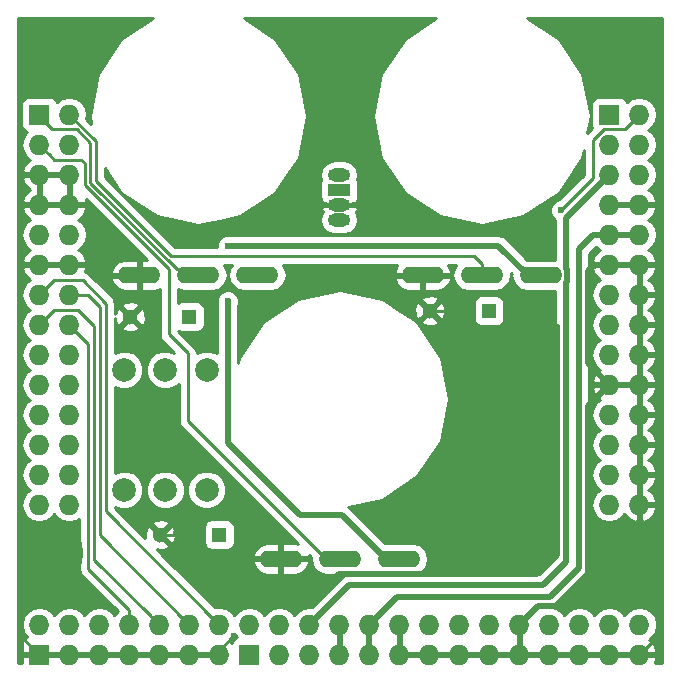
<source format=gbl>
G04 #@! TF.FileFunction,Copper,L2,Bot,Signal*
%FSLAX46Y46*%
G04 Gerber Fmt 4.6, Leading zero omitted, Abs format (unit mm)*
G04 Created by KiCad (PCBNEW 4.0.2-stable) date 2016/12/18 4:07:23*
%MOMM*%
G01*
G04 APERTURE LIST*
%ADD10C,0.100000*%
%ADD11R,1.300000X1.300000*%
%ADD12C,1.300000*%
%ADD13O,1.905000X1.117600*%
%ADD14R,1.905000X1.117600*%
%ADD15R,1.727200X1.727200*%
%ADD16O,1.727200X1.727200*%
%ADD17C,4.500000*%
%ADD18O,3.600000X1.400000*%
%ADD19C,1.998980*%
%ADD20C,0.600000*%
%ADD21C,0.250000*%
%ADD22C,0.500000*%
%ADD23C,0.254000*%
G04 APERTURE END LIST*
D10*
D11*
X115240000Y-76000000D03*
D12*
X110240000Y-76000000D03*
D11*
X140600000Y-75500000D03*
D12*
X135600000Y-75500000D03*
D11*
X117780000Y-94450000D03*
D12*
X112780000Y-94450000D03*
D13*
X127940000Y-63970000D03*
D14*
X127940000Y-65240000D03*
D13*
X127940000Y-66510000D03*
X127940000Y-67780000D03*
D15*
X102540000Y-58890000D03*
D16*
X105080000Y-58890000D03*
X102540000Y-61430000D03*
X105080000Y-61430000D03*
X102540000Y-63970000D03*
X105080000Y-63970000D03*
X102540000Y-66510000D03*
X105080000Y-66510000D03*
X102540000Y-69050000D03*
X105080000Y-69050000D03*
X102540000Y-71590000D03*
X105080000Y-71590000D03*
X102540000Y-74130000D03*
X105080000Y-74130000D03*
X102540000Y-76670000D03*
X105080000Y-76670000D03*
X102540000Y-79210000D03*
X105080000Y-79210000D03*
X102540000Y-81750000D03*
X105080000Y-81750000D03*
X102540000Y-84290000D03*
X105080000Y-84290000D03*
X102540000Y-86830000D03*
X105080000Y-86830000D03*
X102540000Y-89370000D03*
X105080000Y-89370000D03*
X102540000Y-91910000D03*
X105080000Y-91910000D03*
D15*
X120320000Y-104610000D03*
D16*
X120320000Y-102070000D03*
X122860000Y-104610000D03*
X122860000Y-102070000D03*
X125400000Y-104610000D03*
X125400000Y-102070000D03*
X127940000Y-104610000D03*
X127940000Y-102070000D03*
X130480000Y-104610000D03*
X130480000Y-102070000D03*
X133020000Y-104610000D03*
X133020000Y-102070000D03*
X135560000Y-104610000D03*
X135560000Y-102070000D03*
X138100000Y-104610000D03*
X138100000Y-102070000D03*
X140640000Y-104610000D03*
X140640000Y-102070000D03*
X143180000Y-104610000D03*
X143180000Y-102070000D03*
X145720000Y-104610000D03*
X145720000Y-102070000D03*
X148260000Y-104610000D03*
X148260000Y-102070000D03*
X150800000Y-104610000D03*
X150800000Y-102070000D03*
X153340000Y-104610000D03*
X153340000Y-102070000D03*
D17*
X104000000Y-54000000D03*
X152000000Y-54000000D03*
D15*
X150800000Y-58890000D03*
D16*
X153340000Y-58890000D03*
X150800000Y-61430000D03*
X153340000Y-61430000D03*
X150800000Y-63970000D03*
X153340000Y-63970000D03*
X150800000Y-66510000D03*
X153340000Y-66510000D03*
X150800000Y-69050000D03*
X153340000Y-69050000D03*
X150800000Y-71590000D03*
X153340000Y-71590000D03*
X150800000Y-74130000D03*
X153340000Y-74130000D03*
X150800000Y-76670000D03*
X153340000Y-76670000D03*
X150800000Y-79210000D03*
X153340000Y-79210000D03*
X150800000Y-81750000D03*
X153340000Y-81750000D03*
X150800000Y-84290000D03*
X153340000Y-84290000D03*
X150800000Y-86830000D03*
X153340000Y-86830000D03*
X150800000Y-89370000D03*
X153340000Y-89370000D03*
X150800000Y-91910000D03*
X153340000Y-91910000D03*
D17*
X104000000Y-96000000D03*
X152000000Y-96000000D03*
D18*
X121000000Y-72500000D03*
X116000000Y-72500000D03*
X111000000Y-72500000D03*
X145000000Y-72500000D03*
X140000000Y-72500000D03*
X135000000Y-72500000D03*
X133000000Y-96500000D03*
X128000000Y-96500000D03*
X123000000Y-96500000D03*
D15*
X102540000Y-104610000D03*
D16*
X102540000Y-102070000D03*
X105080000Y-104610000D03*
X105080000Y-102070000D03*
X107620000Y-104610000D03*
X107620000Y-102070000D03*
X110160000Y-104610000D03*
X110160000Y-102070000D03*
X112700000Y-104610000D03*
X112700000Y-102070000D03*
X115240000Y-104610000D03*
X115240000Y-102070000D03*
X117780000Y-104610000D03*
X117780000Y-102070000D03*
D19*
X116700000Y-80500000D03*
X116700000Y-90660000D03*
X109700000Y-80500000D03*
X109700000Y-90660000D03*
X113200000Y-80500000D03*
X113200000Y-90660000D03*
D20*
X110000000Y-51000000D03*
X107000000Y-51000000D03*
X145000000Y-51000000D03*
X148500000Y-51000000D03*
X155000000Y-57000000D03*
X155000000Y-63000000D03*
X155000000Y-68000000D03*
X155000000Y-73000000D03*
X155000000Y-78000000D03*
X155000000Y-83000000D03*
X155000000Y-88000000D03*
X155000000Y-94000000D03*
X155000000Y-99000000D03*
X119000000Y-100500000D03*
X119000000Y-103000000D03*
X101000000Y-103000000D03*
X101000000Y-98500000D03*
X101000000Y-94000000D03*
X101000000Y-90500000D03*
X101000000Y-85500000D03*
X101000000Y-80500000D03*
X101000000Y-75500000D03*
X101000000Y-70500000D03*
X101000000Y-65000000D03*
X101000000Y-60500000D03*
X101000000Y-57000000D03*
X145000000Y-97500000D03*
X145350000Y-87200000D03*
X137100000Y-76300000D03*
X137100000Y-75500000D03*
X131400000Y-72500000D03*
X132300000Y-72500000D03*
X119500000Y-96500000D03*
X120300000Y-96500000D03*
X114100000Y-95300000D03*
X114100000Y-94400000D03*
X126500000Y-98400000D03*
X127400000Y-98400000D03*
X130700000Y-66500000D03*
X129900000Y-66500000D03*
X146349980Y-76900000D03*
X118500000Y-70000000D03*
X121000000Y-70000000D03*
X118500000Y-74700000D03*
X146700000Y-67000000D03*
D21*
X116000000Y-72500000D02*
X115000000Y-72500000D01*
X105703599Y-60150009D02*
X103650009Y-60150009D01*
X115000000Y-72500000D02*
X114500000Y-72000000D01*
X114500000Y-72000000D02*
X114163589Y-72000000D01*
X114163589Y-72000000D02*
X106849989Y-64686400D01*
X106849989Y-64686400D02*
X106849989Y-61296399D01*
X106849989Y-61296399D02*
X105703599Y-60150009D01*
X103650009Y-60150009D02*
X102540000Y-59040000D01*
X102540000Y-59040000D02*
X102540000Y-58890000D01*
X107000000Y-51000000D02*
X110000000Y-51000000D01*
X148500000Y-51000000D02*
X145000000Y-51000000D01*
X155000000Y-63000000D02*
X155000000Y-57000000D01*
X155000000Y-73000000D02*
X155000000Y-68000000D01*
X155000000Y-83000000D02*
X155000000Y-78000000D01*
X155000000Y-94000000D02*
X155000000Y-88000000D01*
X153340000Y-104610000D02*
X155000000Y-102950000D01*
X155000000Y-102950000D02*
X155000000Y-99000000D01*
X133020000Y-104610000D02*
X153340000Y-104610000D01*
X133020000Y-102070000D02*
X133020000Y-104610000D01*
X117780000Y-104610000D02*
X117780000Y-104220000D01*
X117780000Y-104220000D02*
X119000000Y-103000000D01*
X102540000Y-104610000D02*
X117780000Y-104610000D01*
X101000000Y-103000000D02*
X101000000Y-103070000D01*
X101000000Y-103070000D02*
X102540000Y-104610000D01*
X101000000Y-94000000D02*
X101000000Y-98500000D01*
X101000000Y-85500000D02*
X101000000Y-90500000D01*
X101000000Y-75500000D02*
X101000000Y-80500000D01*
X101000000Y-65000000D02*
X101000000Y-70500000D01*
X101000000Y-57000000D02*
X101000000Y-60500000D01*
X135600000Y-75500000D02*
X137100000Y-75500000D01*
X135000000Y-72500000D02*
X132300000Y-72500000D01*
X123000000Y-96500000D02*
X120300000Y-96500000D01*
X112780000Y-94450000D02*
X114050000Y-94450000D01*
X114050000Y-94450000D02*
X114100000Y-94400000D01*
X127600000Y-98100000D02*
X127600000Y-98200000D01*
X127600000Y-98200000D02*
X127400000Y-98400000D01*
X127940000Y-66510000D02*
X129890000Y-66510000D01*
X129890000Y-66510000D02*
X129900000Y-66500000D01*
D22*
X127900011Y-97799989D02*
X144700011Y-97799989D01*
X127600000Y-98100000D02*
X127900011Y-97799989D01*
X146349980Y-77324264D02*
X146349980Y-76900000D01*
X144700011Y-97799989D02*
X146349980Y-96150020D01*
X146349980Y-96150020D02*
X146349980Y-77324264D01*
X153340000Y-66510000D02*
X150800000Y-66510000D01*
X146300000Y-100500000D02*
X144750000Y-100500000D01*
X144750000Y-100500000D02*
X143180000Y-102070000D01*
X149000000Y-97800000D02*
X146300000Y-100500000D01*
X149000000Y-83550000D02*
X149000000Y-97800000D01*
X150800000Y-81750000D02*
X149000000Y-83550000D01*
X149000000Y-72168686D02*
X149000000Y-79950000D01*
X149000000Y-79950000D02*
X150800000Y-81750000D01*
X150800000Y-71590000D02*
X149578686Y-71590000D01*
X149578686Y-71590000D02*
X149000000Y-72168686D01*
X153340000Y-71590000D02*
X150800000Y-71590000D01*
D21*
X140000000Y-72500000D02*
X140000000Y-71550000D01*
X140000000Y-71550000D02*
X139350000Y-70900000D01*
X139350000Y-70900000D02*
X113700000Y-70900000D01*
X113700000Y-70900000D02*
X107300000Y-64500000D01*
X107300000Y-64500000D02*
X107300000Y-61110000D01*
X107300000Y-61110000D02*
X105080000Y-58890000D01*
X105080000Y-58890000D02*
X105090000Y-58890000D01*
X128000000Y-96500000D02*
X126800000Y-96500000D01*
X126800000Y-96500000D02*
X115100000Y-84800000D01*
X106399978Y-62999978D02*
X106100000Y-62700000D01*
X115100000Y-84800000D02*
X115100000Y-79100000D01*
X115100000Y-79100000D02*
X113500000Y-77500000D01*
X113500000Y-77500000D02*
X113500000Y-71972821D01*
X113500000Y-71972821D02*
X106399978Y-64872800D01*
X103403599Y-62293599D02*
X102540000Y-61430000D01*
X106399978Y-64872800D02*
X106399978Y-62999978D01*
X106100000Y-62700000D02*
X103810000Y-62700000D01*
X103810000Y-62700000D02*
X103403599Y-62293599D01*
D22*
X121000000Y-70000000D02*
X118500000Y-70000000D01*
X143900000Y-72500000D02*
X141400000Y-70000000D01*
X145000000Y-72500000D02*
X143900000Y-72500000D01*
X121424264Y-70000000D02*
X121000000Y-70000000D01*
X141400000Y-70000000D02*
X121424264Y-70000000D01*
X124600000Y-92800000D02*
X128200000Y-92800000D01*
X128200000Y-92800000D02*
X131900000Y-96500000D01*
X131900000Y-96500000D02*
X133000000Y-96500000D01*
X118500000Y-86700000D02*
X124600000Y-92800000D01*
X118500000Y-74700000D02*
X118500000Y-86700000D01*
D21*
X102540000Y-74130000D02*
X103770000Y-72900000D01*
X103770000Y-72900000D02*
X106200000Y-72900000D01*
X106200000Y-72900000D02*
X108200000Y-74900000D01*
X108200000Y-74900000D02*
X108200000Y-92490000D01*
X108200000Y-92490000D02*
X117780000Y-102070000D01*
X107649989Y-75149989D02*
X106630000Y-74130000D01*
X107649989Y-94479989D02*
X107649989Y-75149989D01*
X115240000Y-102070000D02*
X107649989Y-94479989D01*
X106301314Y-74130000D02*
X105080000Y-74130000D01*
X106630000Y-74130000D02*
X106301314Y-74130000D01*
X107199978Y-76799978D02*
X107199978Y-96569978D01*
X105800000Y-75400000D02*
X107199978Y-76799978D01*
X103810000Y-75400000D02*
X105800000Y-75400000D01*
X107199978Y-96569978D02*
X111836401Y-101206401D01*
X102540000Y-76670000D02*
X103810000Y-75400000D01*
X111836401Y-101206401D02*
X112700000Y-102070000D01*
X106700000Y-97388686D02*
X106700000Y-78290000D01*
X106700000Y-78290000D02*
X105080000Y-76670000D01*
X110160000Y-102070000D02*
X110160000Y-100848686D01*
X110160000Y-100848686D02*
X106700000Y-97388686D01*
X149400000Y-64300000D02*
X146700000Y-67000000D01*
X149400000Y-61070870D02*
X149400000Y-64300000D01*
X153340000Y-58890000D02*
X152151399Y-60078601D01*
X152151399Y-60078601D02*
X150392269Y-60078601D01*
X150392269Y-60078601D02*
X149400000Y-61070870D01*
D22*
X150800000Y-63970000D02*
X147100000Y-67670000D01*
X147250010Y-72023651D02*
X147250010Y-72976349D01*
X128770000Y-98700000D02*
X126263599Y-101206401D01*
X147100000Y-67670000D02*
X147100000Y-71873641D01*
X147100000Y-71873641D02*
X147250010Y-72023651D01*
X147250010Y-72976349D02*
X147100000Y-73126359D01*
X147100000Y-96800000D02*
X145200000Y-98700000D01*
X126263599Y-101206401D02*
X125400000Y-102070000D01*
X147100000Y-73126359D02*
X147100000Y-96800000D01*
X145200000Y-98700000D02*
X128770000Y-98700000D01*
X130480000Y-102070000D02*
X132850000Y-99700000D01*
X132850000Y-99700000D02*
X145800000Y-99700000D01*
X145800000Y-99700000D02*
X148200000Y-97300000D01*
X148200000Y-97300000D02*
X148200000Y-70300000D01*
X148200000Y-70300000D02*
X149450000Y-69050000D01*
X149450000Y-69050000D02*
X150800000Y-69050000D01*
X150800000Y-69050000D02*
X153340000Y-69050000D01*
X130480000Y-104610000D02*
X130480000Y-102070000D01*
D23*
G36*
X155290000Y-105290000D02*
X154644535Y-105290000D01*
X154794968Y-104969027D01*
X154674469Y-104737000D01*
X153467000Y-104737000D01*
X153467000Y-104757000D01*
X153213000Y-104757000D01*
X153213000Y-104737000D01*
X150927000Y-104737000D01*
X150927000Y-104757000D01*
X150673000Y-104757000D01*
X150673000Y-104737000D01*
X148387000Y-104737000D01*
X148387000Y-104757000D01*
X148133000Y-104757000D01*
X148133000Y-104737000D01*
X145847000Y-104737000D01*
X145847000Y-104757000D01*
X145593000Y-104757000D01*
X145593000Y-104737000D01*
X143307000Y-104737000D01*
X143307000Y-104757000D01*
X143053000Y-104757000D01*
X143053000Y-104737000D01*
X140767000Y-104737000D01*
X140767000Y-104757000D01*
X140513000Y-104757000D01*
X140513000Y-104737000D01*
X138227000Y-104737000D01*
X138227000Y-104757000D01*
X137973000Y-104757000D01*
X137973000Y-104737000D01*
X135687000Y-104737000D01*
X135687000Y-104757000D01*
X135433000Y-104757000D01*
X135433000Y-104737000D01*
X133147000Y-104737000D01*
X133147000Y-104757000D01*
X132893000Y-104757000D01*
X132893000Y-104737000D01*
X132873000Y-104737000D01*
X132873000Y-104483000D01*
X132893000Y-104483000D01*
X132893000Y-102197000D01*
X132873000Y-102197000D01*
X132873000Y-101943000D01*
X132893000Y-101943000D01*
X132893000Y-101923000D01*
X133147000Y-101923000D01*
X133147000Y-101943000D01*
X133167000Y-101943000D01*
X133167000Y-102197000D01*
X133147000Y-102197000D01*
X133147000Y-104483000D01*
X135433000Y-104483000D01*
X135433000Y-104463000D01*
X135687000Y-104463000D01*
X135687000Y-104483000D01*
X137973000Y-104483000D01*
X137973000Y-104463000D01*
X138227000Y-104463000D01*
X138227000Y-104483000D01*
X140513000Y-104483000D01*
X140513000Y-104463000D01*
X140767000Y-104463000D01*
X140767000Y-104483000D01*
X143053000Y-104483000D01*
X143053000Y-102197000D01*
X143033000Y-102197000D01*
X143033000Y-101943000D01*
X143053000Y-101943000D01*
X143053000Y-101923000D01*
X143307000Y-101923000D01*
X143307000Y-101943000D01*
X143327000Y-101943000D01*
X143327000Y-102197000D01*
X143307000Y-102197000D01*
X143307000Y-104483000D01*
X145593000Y-104483000D01*
X145593000Y-104463000D01*
X145847000Y-104463000D01*
X145847000Y-104483000D01*
X148133000Y-104483000D01*
X148133000Y-104463000D01*
X148387000Y-104463000D01*
X148387000Y-104483000D01*
X150673000Y-104483000D01*
X150673000Y-104463000D01*
X150927000Y-104463000D01*
X150927000Y-104483000D01*
X153213000Y-104483000D01*
X153213000Y-104463000D01*
X153467000Y-104463000D01*
X153467000Y-104483000D01*
X154674469Y-104483000D01*
X154794968Y-104250973D01*
X154546821Y-103721510D01*
X154128839Y-103339992D01*
X154399670Y-103159029D01*
X154724526Y-102672848D01*
X154838600Y-102099359D01*
X154838600Y-102040641D01*
X154724526Y-101467152D01*
X154399670Y-100980971D01*
X153913489Y-100656115D01*
X153340000Y-100542041D01*
X152766511Y-100656115D01*
X152280330Y-100980971D01*
X152070000Y-101295752D01*
X151859670Y-100980971D01*
X151373489Y-100656115D01*
X150800000Y-100542041D01*
X150226511Y-100656115D01*
X149740330Y-100980971D01*
X149530000Y-101295752D01*
X149319670Y-100980971D01*
X148833489Y-100656115D01*
X148260000Y-100542041D01*
X147686511Y-100656115D01*
X147200330Y-100980971D01*
X146990000Y-101295752D01*
X146779670Y-100980971D01*
X146293489Y-100656115D01*
X145867987Y-100571477D01*
X146082484Y-100528810D01*
X146138675Y-100517633D01*
X146425790Y-100325790D01*
X148825787Y-97925792D01*
X148825790Y-97925790D01*
X149017633Y-97638675D01*
X149017634Y-97638674D01*
X149085001Y-97300000D01*
X149085000Y-97299995D01*
X149085000Y-84290000D01*
X149272041Y-84290000D01*
X149386115Y-84863489D01*
X149710971Y-85349670D01*
X150025752Y-85560000D01*
X149710971Y-85770330D01*
X149386115Y-86256511D01*
X149272041Y-86830000D01*
X149386115Y-87403489D01*
X149710971Y-87889670D01*
X150025752Y-88100000D01*
X149710971Y-88310330D01*
X149386115Y-88796511D01*
X149272041Y-89370000D01*
X149386115Y-89943489D01*
X149710971Y-90429670D01*
X150025752Y-90640000D01*
X149710971Y-90850330D01*
X149386115Y-91336511D01*
X149272041Y-91910000D01*
X149386115Y-92483489D01*
X149710971Y-92969670D01*
X150197152Y-93294526D01*
X150770641Y-93408600D01*
X150829359Y-93408600D01*
X151402848Y-93294526D01*
X151889029Y-92969670D01*
X152069992Y-92698839D01*
X152451510Y-93116821D01*
X152980973Y-93364968D01*
X153213000Y-93244469D01*
X153213000Y-92037000D01*
X153467000Y-92037000D01*
X153467000Y-93244469D01*
X153699027Y-93364968D01*
X154228490Y-93116821D01*
X154622688Y-92684947D01*
X154794958Y-92269026D01*
X154673817Y-92037000D01*
X153467000Y-92037000D01*
X153213000Y-92037000D01*
X153193000Y-92037000D01*
X153193000Y-91783000D01*
X153213000Y-91783000D01*
X153213000Y-89497000D01*
X153467000Y-89497000D01*
X153467000Y-91783000D01*
X154673817Y-91783000D01*
X154794958Y-91550974D01*
X154622688Y-91135053D01*
X154228490Y-90703179D01*
X154093687Y-90640000D01*
X154228490Y-90576821D01*
X154622688Y-90144947D01*
X154794958Y-89729026D01*
X154673817Y-89497000D01*
X153467000Y-89497000D01*
X153213000Y-89497000D01*
X153193000Y-89497000D01*
X153193000Y-89243000D01*
X153213000Y-89243000D01*
X153213000Y-86957000D01*
X153467000Y-86957000D01*
X153467000Y-89243000D01*
X154673817Y-89243000D01*
X154794958Y-89010974D01*
X154622688Y-88595053D01*
X154228490Y-88163179D01*
X154093687Y-88100000D01*
X154228490Y-88036821D01*
X154622688Y-87604947D01*
X154794958Y-87189026D01*
X154673817Y-86957000D01*
X153467000Y-86957000D01*
X153213000Y-86957000D01*
X153193000Y-86957000D01*
X153193000Y-86703000D01*
X153213000Y-86703000D01*
X153213000Y-84417000D01*
X153467000Y-84417000D01*
X153467000Y-86703000D01*
X154673817Y-86703000D01*
X154794958Y-86470974D01*
X154622688Y-86055053D01*
X154228490Y-85623179D01*
X154093687Y-85560000D01*
X154228490Y-85496821D01*
X154622688Y-85064947D01*
X154794958Y-84649026D01*
X154673817Y-84417000D01*
X153467000Y-84417000D01*
X153213000Y-84417000D01*
X153193000Y-84417000D01*
X153193000Y-84163000D01*
X153213000Y-84163000D01*
X153213000Y-81877000D01*
X153467000Y-81877000D01*
X153467000Y-84163000D01*
X154673817Y-84163000D01*
X154794958Y-83930974D01*
X154622688Y-83515053D01*
X154228490Y-83083179D01*
X154093687Y-83020000D01*
X154228490Y-82956821D01*
X154622688Y-82524947D01*
X154794958Y-82109026D01*
X154673817Y-81877000D01*
X153467000Y-81877000D01*
X153213000Y-81877000D01*
X150927000Y-81877000D01*
X150927000Y-81897000D01*
X150673000Y-81897000D01*
X150673000Y-81877000D01*
X149466183Y-81877000D01*
X149345042Y-82109026D01*
X149517312Y-82524947D01*
X149911510Y-82956821D01*
X150034228Y-83014336D01*
X149710971Y-83230330D01*
X149386115Y-83716511D01*
X149272041Y-84290000D01*
X149085000Y-84290000D01*
X149085000Y-74130000D01*
X149272041Y-74130000D01*
X149386115Y-74703489D01*
X149710971Y-75189670D01*
X150025752Y-75400000D01*
X149710971Y-75610330D01*
X149386115Y-76096511D01*
X149272041Y-76670000D01*
X149386115Y-77243489D01*
X149710971Y-77729670D01*
X150025752Y-77940000D01*
X149710971Y-78150330D01*
X149386115Y-78636511D01*
X149272041Y-79210000D01*
X149386115Y-79783489D01*
X149710971Y-80269670D01*
X150034228Y-80485664D01*
X149911510Y-80543179D01*
X149517312Y-80975053D01*
X149345042Y-81390974D01*
X149466183Y-81623000D01*
X150673000Y-81623000D01*
X150673000Y-81603000D01*
X150927000Y-81603000D01*
X150927000Y-81623000D01*
X153213000Y-81623000D01*
X153213000Y-79337000D01*
X153467000Y-79337000D01*
X153467000Y-81623000D01*
X154673817Y-81623000D01*
X154794958Y-81390974D01*
X154622688Y-80975053D01*
X154228490Y-80543179D01*
X154093687Y-80480000D01*
X154228490Y-80416821D01*
X154622688Y-79984947D01*
X154794958Y-79569026D01*
X154673817Y-79337000D01*
X153467000Y-79337000D01*
X153213000Y-79337000D01*
X153193000Y-79337000D01*
X153193000Y-79083000D01*
X153213000Y-79083000D01*
X153213000Y-76797000D01*
X153467000Y-76797000D01*
X153467000Y-79083000D01*
X154673817Y-79083000D01*
X154794958Y-78850974D01*
X154622688Y-78435053D01*
X154228490Y-78003179D01*
X154093687Y-77940000D01*
X154228490Y-77876821D01*
X154622688Y-77444947D01*
X154794958Y-77029026D01*
X154673817Y-76797000D01*
X153467000Y-76797000D01*
X153213000Y-76797000D01*
X153193000Y-76797000D01*
X153193000Y-76543000D01*
X153213000Y-76543000D01*
X153213000Y-74257000D01*
X153467000Y-74257000D01*
X153467000Y-76543000D01*
X154673817Y-76543000D01*
X154794958Y-76310974D01*
X154622688Y-75895053D01*
X154228490Y-75463179D01*
X154093687Y-75400000D01*
X154228490Y-75336821D01*
X154622688Y-74904947D01*
X154794958Y-74489026D01*
X154673817Y-74257000D01*
X153467000Y-74257000D01*
X153213000Y-74257000D01*
X153193000Y-74257000D01*
X153193000Y-74003000D01*
X153213000Y-74003000D01*
X153213000Y-71717000D01*
X153467000Y-71717000D01*
X153467000Y-74003000D01*
X154673817Y-74003000D01*
X154794958Y-73770974D01*
X154622688Y-73355053D01*
X154228490Y-72923179D01*
X154093687Y-72860000D01*
X154228490Y-72796821D01*
X154622688Y-72364947D01*
X154794958Y-71949026D01*
X154673817Y-71717000D01*
X153467000Y-71717000D01*
X153213000Y-71717000D01*
X150927000Y-71717000D01*
X150927000Y-71737000D01*
X150673000Y-71737000D01*
X150673000Y-71717000D01*
X149466183Y-71717000D01*
X149345042Y-71949026D01*
X149517312Y-72364947D01*
X149911510Y-72796821D01*
X150034228Y-72854336D01*
X149710971Y-73070330D01*
X149386115Y-73556511D01*
X149272041Y-74130000D01*
X149085000Y-74130000D01*
X149085000Y-70666580D01*
X149683309Y-70068271D01*
X149710971Y-70109670D01*
X150034228Y-70325664D01*
X149911510Y-70383179D01*
X149517312Y-70815053D01*
X149345042Y-71230974D01*
X149466183Y-71463000D01*
X150673000Y-71463000D01*
X150673000Y-71443000D01*
X150927000Y-71443000D01*
X150927000Y-71463000D01*
X153213000Y-71463000D01*
X153213000Y-71443000D01*
X153467000Y-71443000D01*
X153467000Y-71463000D01*
X154673817Y-71463000D01*
X154794958Y-71230974D01*
X154622688Y-70815053D01*
X154228490Y-70383179D01*
X154105772Y-70325664D01*
X154429029Y-70109670D01*
X154753885Y-69623489D01*
X154867959Y-69050000D01*
X154753885Y-68476511D01*
X154429029Y-67990330D01*
X154105772Y-67774336D01*
X154228490Y-67716821D01*
X154622688Y-67284947D01*
X154794958Y-66869026D01*
X154673817Y-66637000D01*
X153467000Y-66637000D01*
X153467000Y-66657000D01*
X153213000Y-66657000D01*
X153213000Y-66637000D01*
X150927000Y-66637000D01*
X150927000Y-66657000D01*
X150673000Y-66657000D01*
X150673000Y-66637000D01*
X150653000Y-66637000D01*
X150653000Y-66383000D01*
X150673000Y-66383000D01*
X150673000Y-66363000D01*
X150927000Y-66363000D01*
X150927000Y-66383000D01*
X153213000Y-66383000D01*
X153213000Y-66363000D01*
X153467000Y-66363000D01*
X153467000Y-66383000D01*
X154673817Y-66383000D01*
X154794958Y-66150974D01*
X154622688Y-65735053D01*
X154228490Y-65303179D01*
X154105772Y-65245664D01*
X154429029Y-65029670D01*
X154753885Y-64543489D01*
X154867959Y-63970000D01*
X154753885Y-63396511D01*
X154429029Y-62910330D01*
X154114248Y-62700000D01*
X154429029Y-62489670D01*
X154753885Y-62003489D01*
X154867959Y-61430000D01*
X154753885Y-60856511D01*
X154429029Y-60370330D01*
X154114248Y-60160000D01*
X154429029Y-59949670D01*
X154753885Y-59463489D01*
X154867959Y-58890000D01*
X154753885Y-58316511D01*
X154429029Y-57830330D01*
X153942848Y-57505474D01*
X153369359Y-57391400D01*
X153310641Y-57391400D01*
X152737152Y-57505474D01*
X152271558Y-57816574D01*
X152266762Y-57791083D01*
X152127690Y-57574959D01*
X151915490Y-57429969D01*
X151663600Y-57378960D01*
X149936400Y-57378960D01*
X149701083Y-57423238D01*
X149484959Y-57562310D01*
X149339969Y-57774510D01*
X149288960Y-58026400D01*
X149288960Y-59753600D01*
X149333238Y-59988917D01*
X149362178Y-60033890D01*
X148915496Y-60480572D01*
X149210000Y-59000000D01*
X148508930Y-55475486D01*
X146512453Y-52487547D01*
X143852166Y-50710000D01*
X155290000Y-50710000D01*
X155290000Y-105290000D01*
X155290000Y-105290000D01*
G37*
X155290000Y-105290000D02*
X154644535Y-105290000D01*
X154794968Y-104969027D01*
X154674469Y-104737000D01*
X153467000Y-104737000D01*
X153467000Y-104757000D01*
X153213000Y-104757000D01*
X153213000Y-104737000D01*
X150927000Y-104737000D01*
X150927000Y-104757000D01*
X150673000Y-104757000D01*
X150673000Y-104737000D01*
X148387000Y-104737000D01*
X148387000Y-104757000D01*
X148133000Y-104757000D01*
X148133000Y-104737000D01*
X145847000Y-104737000D01*
X145847000Y-104757000D01*
X145593000Y-104757000D01*
X145593000Y-104737000D01*
X143307000Y-104737000D01*
X143307000Y-104757000D01*
X143053000Y-104757000D01*
X143053000Y-104737000D01*
X140767000Y-104737000D01*
X140767000Y-104757000D01*
X140513000Y-104757000D01*
X140513000Y-104737000D01*
X138227000Y-104737000D01*
X138227000Y-104757000D01*
X137973000Y-104757000D01*
X137973000Y-104737000D01*
X135687000Y-104737000D01*
X135687000Y-104757000D01*
X135433000Y-104757000D01*
X135433000Y-104737000D01*
X133147000Y-104737000D01*
X133147000Y-104757000D01*
X132893000Y-104757000D01*
X132893000Y-104737000D01*
X132873000Y-104737000D01*
X132873000Y-104483000D01*
X132893000Y-104483000D01*
X132893000Y-102197000D01*
X132873000Y-102197000D01*
X132873000Y-101943000D01*
X132893000Y-101943000D01*
X132893000Y-101923000D01*
X133147000Y-101923000D01*
X133147000Y-101943000D01*
X133167000Y-101943000D01*
X133167000Y-102197000D01*
X133147000Y-102197000D01*
X133147000Y-104483000D01*
X135433000Y-104483000D01*
X135433000Y-104463000D01*
X135687000Y-104463000D01*
X135687000Y-104483000D01*
X137973000Y-104483000D01*
X137973000Y-104463000D01*
X138227000Y-104463000D01*
X138227000Y-104483000D01*
X140513000Y-104483000D01*
X140513000Y-104463000D01*
X140767000Y-104463000D01*
X140767000Y-104483000D01*
X143053000Y-104483000D01*
X143053000Y-102197000D01*
X143033000Y-102197000D01*
X143033000Y-101943000D01*
X143053000Y-101943000D01*
X143053000Y-101923000D01*
X143307000Y-101923000D01*
X143307000Y-101943000D01*
X143327000Y-101943000D01*
X143327000Y-102197000D01*
X143307000Y-102197000D01*
X143307000Y-104483000D01*
X145593000Y-104483000D01*
X145593000Y-104463000D01*
X145847000Y-104463000D01*
X145847000Y-104483000D01*
X148133000Y-104483000D01*
X148133000Y-104463000D01*
X148387000Y-104463000D01*
X148387000Y-104483000D01*
X150673000Y-104483000D01*
X150673000Y-104463000D01*
X150927000Y-104463000D01*
X150927000Y-104483000D01*
X153213000Y-104483000D01*
X153213000Y-104463000D01*
X153467000Y-104463000D01*
X153467000Y-104483000D01*
X154674469Y-104483000D01*
X154794968Y-104250973D01*
X154546821Y-103721510D01*
X154128839Y-103339992D01*
X154399670Y-103159029D01*
X154724526Y-102672848D01*
X154838600Y-102099359D01*
X154838600Y-102040641D01*
X154724526Y-101467152D01*
X154399670Y-100980971D01*
X153913489Y-100656115D01*
X153340000Y-100542041D01*
X152766511Y-100656115D01*
X152280330Y-100980971D01*
X152070000Y-101295752D01*
X151859670Y-100980971D01*
X151373489Y-100656115D01*
X150800000Y-100542041D01*
X150226511Y-100656115D01*
X149740330Y-100980971D01*
X149530000Y-101295752D01*
X149319670Y-100980971D01*
X148833489Y-100656115D01*
X148260000Y-100542041D01*
X147686511Y-100656115D01*
X147200330Y-100980971D01*
X146990000Y-101295752D01*
X146779670Y-100980971D01*
X146293489Y-100656115D01*
X145867987Y-100571477D01*
X146082484Y-100528810D01*
X146138675Y-100517633D01*
X146425790Y-100325790D01*
X148825787Y-97925792D01*
X148825790Y-97925790D01*
X149017633Y-97638675D01*
X149017634Y-97638674D01*
X149085001Y-97300000D01*
X149085000Y-97299995D01*
X149085000Y-84290000D01*
X149272041Y-84290000D01*
X149386115Y-84863489D01*
X149710971Y-85349670D01*
X150025752Y-85560000D01*
X149710971Y-85770330D01*
X149386115Y-86256511D01*
X149272041Y-86830000D01*
X149386115Y-87403489D01*
X149710971Y-87889670D01*
X150025752Y-88100000D01*
X149710971Y-88310330D01*
X149386115Y-88796511D01*
X149272041Y-89370000D01*
X149386115Y-89943489D01*
X149710971Y-90429670D01*
X150025752Y-90640000D01*
X149710971Y-90850330D01*
X149386115Y-91336511D01*
X149272041Y-91910000D01*
X149386115Y-92483489D01*
X149710971Y-92969670D01*
X150197152Y-93294526D01*
X150770641Y-93408600D01*
X150829359Y-93408600D01*
X151402848Y-93294526D01*
X151889029Y-92969670D01*
X152069992Y-92698839D01*
X152451510Y-93116821D01*
X152980973Y-93364968D01*
X153213000Y-93244469D01*
X153213000Y-92037000D01*
X153467000Y-92037000D01*
X153467000Y-93244469D01*
X153699027Y-93364968D01*
X154228490Y-93116821D01*
X154622688Y-92684947D01*
X154794958Y-92269026D01*
X154673817Y-92037000D01*
X153467000Y-92037000D01*
X153213000Y-92037000D01*
X153193000Y-92037000D01*
X153193000Y-91783000D01*
X153213000Y-91783000D01*
X153213000Y-89497000D01*
X153467000Y-89497000D01*
X153467000Y-91783000D01*
X154673817Y-91783000D01*
X154794958Y-91550974D01*
X154622688Y-91135053D01*
X154228490Y-90703179D01*
X154093687Y-90640000D01*
X154228490Y-90576821D01*
X154622688Y-90144947D01*
X154794958Y-89729026D01*
X154673817Y-89497000D01*
X153467000Y-89497000D01*
X153213000Y-89497000D01*
X153193000Y-89497000D01*
X153193000Y-89243000D01*
X153213000Y-89243000D01*
X153213000Y-86957000D01*
X153467000Y-86957000D01*
X153467000Y-89243000D01*
X154673817Y-89243000D01*
X154794958Y-89010974D01*
X154622688Y-88595053D01*
X154228490Y-88163179D01*
X154093687Y-88100000D01*
X154228490Y-88036821D01*
X154622688Y-87604947D01*
X154794958Y-87189026D01*
X154673817Y-86957000D01*
X153467000Y-86957000D01*
X153213000Y-86957000D01*
X153193000Y-86957000D01*
X153193000Y-86703000D01*
X153213000Y-86703000D01*
X153213000Y-84417000D01*
X153467000Y-84417000D01*
X153467000Y-86703000D01*
X154673817Y-86703000D01*
X154794958Y-86470974D01*
X154622688Y-86055053D01*
X154228490Y-85623179D01*
X154093687Y-85560000D01*
X154228490Y-85496821D01*
X154622688Y-85064947D01*
X154794958Y-84649026D01*
X154673817Y-84417000D01*
X153467000Y-84417000D01*
X153213000Y-84417000D01*
X153193000Y-84417000D01*
X153193000Y-84163000D01*
X153213000Y-84163000D01*
X153213000Y-81877000D01*
X153467000Y-81877000D01*
X153467000Y-84163000D01*
X154673817Y-84163000D01*
X154794958Y-83930974D01*
X154622688Y-83515053D01*
X154228490Y-83083179D01*
X154093687Y-83020000D01*
X154228490Y-82956821D01*
X154622688Y-82524947D01*
X154794958Y-82109026D01*
X154673817Y-81877000D01*
X153467000Y-81877000D01*
X153213000Y-81877000D01*
X150927000Y-81877000D01*
X150927000Y-81897000D01*
X150673000Y-81897000D01*
X150673000Y-81877000D01*
X149466183Y-81877000D01*
X149345042Y-82109026D01*
X149517312Y-82524947D01*
X149911510Y-82956821D01*
X150034228Y-83014336D01*
X149710971Y-83230330D01*
X149386115Y-83716511D01*
X149272041Y-84290000D01*
X149085000Y-84290000D01*
X149085000Y-74130000D01*
X149272041Y-74130000D01*
X149386115Y-74703489D01*
X149710971Y-75189670D01*
X150025752Y-75400000D01*
X149710971Y-75610330D01*
X149386115Y-76096511D01*
X149272041Y-76670000D01*
X149386115Y-77243489D01*
X149710971Y-77729670D01*
X150025752Y-77940000D01*
X149710971Y-78150330D01*
X149386115Y-78636511D01*
X149272041Y-79210000D01*
X149386115Y-79783489D01*
X149710971Y-80269670D01*
X150034228Y-80485664D01*
X149911510Y-80543179D01*
X149517312Y-80975053D01*
X149345042Y-81390974D01*
X149466183Y-81623000D01*
X150673000Y-81623000D01*
X150673000Y-81603000D01*
X150927000Y-81603000D01*
X150927000Y-81623000D01*
X153213000Y-81623000D01*
X153213000Y-79337000D01*
X153467000Y-79337000D01*
X153467000Y-81623000D01*
X154673817Y-81623000D01*
X154794958Y-81390974D01*
X154622688Y-80975053D01*
X154228490Y-80543179D01*
X154093687Y-80480000D01*
X154228490Y-80416821D01*
X154622688Y-79984947D01*
X154794958Y-79569026D01*
X154673817Y-79337000D01*
X153467000Y-79337000D01*
X153213000Y-79337000D01*
X153193000Y-79337000D01*
X153193000Y-79083000D01*
X153213000Y-79083000D01*
X153213000Y-76797000D01*
X153467000Y-76797000D01*
X153467000Y-79083000D01*
X154673817Y-79083000D01*
X154794958Y-78850974D01*
X154622688Y-78435053D01*
X154228490Y-78003179D01*
X154093687Y-77940000D01*
X154228490Y-77876821D01*
X154622688Y-77444947D01*
X154794958Y-77029026D01*
X154673817Y-76797000D01*
X153467000Y-76797000D01*
X153213000Y-76797000D01*
X153193000Y-76797000D01*
X153193000Y-76543000D01*
X153213000Y-76543000D01*
X153213000Y-74257000D01*
X153467000Y-74257000D01*
X153467000Y-76543000D01*
X154673817Y-76543000D01*
X154794958Y-76310974D01*
X154622688Y-75895053D01*
X154228490Y-75463179D01*
X154093687Y-75400000D01*
X154228490Y-75336821D01*
X154622688Y-74904947D01*
X154794958Y-74489026D01*
X154673817Y-74257000D01*
X153467000Y-74257000D01*
X153213000Y-74257000D01*
X153193000Y-74257000D01*
X153193000Y-74003000D01*
X153213000Y-74003000D01*
X153213000Y-71717000D01*
X153467000Y-71717000D01*
X153467000Y-74003000D01*
X154673817Y-74003000D01*
X154794958Y-73770974D01*
X154622688Y-73355053D01*
X154228490Y-72923179D01*
X154093687Y-72860000D01*
X154228490Y-72796821D01*
X154622688Y-72364947D01*
X154794958Y-71949026D01*
X154673817Y-71717000D01*
X153467000Y-71717000D01*
X153213000Y-71717000D01*
X150927000Y-71717000D01*
X150927000Y-71737000D01*
X150673000Y-71737000D01*
X150673000Y-71717000D01*
X149466183Y-71717000D01*
X149345042Y-71949026D01*
X149517312Y-72364947D01*
X149911510Y-72796821D01*
X150034228Y-72854336D01*
X149710971Y-73070330D01*
X149386115Y-73556511D01*
X149272041Y-74130000D01*
X149085000Y-74130000D01*
X149085000Y-70666580D01*
X149683309Y-70068271D01*
X149710971Y-70109670D01*
X150034228Y-70325664D01*
X149911510Y-70383179D01*
X149517312Y-70815053D01*
X149345042Y-71230974D01*
X149466183Y-71463000D01*
X150673000Y-71463000D01*
X150673000Y-71443000D01*
X150927000Y-71443000D01*
X150927000Y-71463000D01*
X153213000Y-71463000D01*
X153213000Y-71443000D01*
X153467000Y-71443000D01*
X153467000Y-71463000D01*
X154673817Y-71463000D01*
X154794958Y-71230974D01*
X154622688Y-70815053D01*
X154228490Y-70383179D01*
X154105772Y-70325664D01*
X154429029Y-70109670D01*
X154753885Y-69623489D01*
X154867959Y-69050000D01*
X154753885Y-68476511D01*
X154429029Y-67990330D01*
X154105772Y-67774336D01*
X154228490Y-67716821D01*
X154622688Y-67284947D01*
X154794958Y-66869026D01*
X154673817Y-66637000D01*
X153467000Y-66637000D01*
X153467000Y-66657000D01*
X153213000Y-66657000D01*
X153213000Y-66637000D01*
X150927000Y-66637000D01*
X150927000Y-66657000D01*
X150673000Y-66657000D01*
X150673000Y-66637000D01*
X150653000Y-66637000D01*
X150653000Y-66383000D01*
X150673000Y-66383000D01*
X150673000Y-66363000D01*
X150927000Y-66363000D01*
X150927000Y-66383000D01*
X153213000Y-66383000D01*
X153213000Y-66363000D01*
X153467000Y-66363000D01*
X153467000Y-66383000D01*
X154673817Y-66383000D01*
X154794958Y-66150974D01*
X154622688Y-65735053D01*
X154228490Y-65303179D01*
X154105772Y-65245664D01*
X154429029Y-65029670D01*
X154753885Y-64543489D01*
X154867959Y-63970000D01*
X154753885Y-63396511D01*
X154429029Y-62910330D01*
X154114248Y-62700000D01*
X154429029Y-62489670D01*
X154753885Y-62003489D01*
X154867959Y-61430000D01*
X154753885Y-60856511D01*
X154429029Y-60370330D01*
X154114248Y-60160000D01*
X154429029Y-59949670D01*
X154753885Y-59463489D01*
X154867959Y-58890000D01*
X154753885Y-58316511D01*
X154429029Y-57830330D01*
X153942848Y-57505474D01*
X153369359Y-57391400D01*
X153310641Y-57391400D01*
X152737152Y-57505474D01*
X152271558Y-57816574D01*
X152266762Y-57791083D01*
X152127690Y-57574959D01*
X151915490Y-57429969D01*
X151663600Y-57378960D01*
X149936400Y-57378960D01*
X149701083Y-57423238D01*
X149484959Y-57562310D01*
X149339969Y-57774510D01*
X149288960Y-58026400D01*
X149288960Y-59753600D01*
X149333238Y-59988917D01*
X149362178Y-60033890D01*
X148915496Y-60480572D01*
X149210000Y-59000000D01*
X148508930Y-55475486D01*
X146512453Y-52487547D01*
X143852166Y-50710000D01*
X155290000Y-50710000D01*
X155290000Y-105290000D01*
G36*
X109487547Y-52487547D02*
X107491070Y-55475486D01*
X106790000Y-59000000D01*
X106920408Y-59655606D01*
X106532775Y-59267973D01*
X106607959Y-58890000D01*
X106493885Y-58316511D01*
X106169029Y-57830330D01*
X105682848Y-57505474D01*
X105109359Y-57391400D01*
X105050641Y-57391400D01*
X104477152Y-57505474D01*
X104011558Y-57816574D01*
X104006762Y-57791083D01*
X103867690Y-57574959D01*
X103655490Y-57429969D01*
X103403600Y-57378960D01*
X101676400Y-57378960D01*
X101441083Y-57423238D01*
X101224959Y-57562310D01*
X101079969Y-57774510D01*
X101028960Y-58026400D01*
X101028960Y-59753600D01*
X101073238Y-59988917D01*
X101212310Y-60205041D01*
X101424510Y-60350031D01*
X101468131Y-60358864D01*
X101450971Y-60370330D01*
X101126115Y-60856511D01*
X101012041Y-61430000D01*
X101126115Y-62003489D01*
X101450971Y-62489670D01*
X101774228Y-62705664D01*
X101651510Y-62763179D01*
X101257312Y-63195053D01*
X101085042Y-63610974D01*
X101206183Y-63843000D01*
X102413000Y-63843000D01*
X102413000Y-63823000D01*
X102667000Y-63823000D01*
X102667000Y-63843000D01*
X104953000Y-63843000D01*
X104953000Y-63823000D01*
X105207000Y-63823000D01*
X105207000Y-63843000D01*
X105227000Y-63843000D01*
X105227000Y-64097000D01*
X105207000Y-64097000D01*
X105207000Y-66383000D01*
X106413817Y-66383000D01*
X106534958Y-66150974D01*
X106486602Y-66034226D01*
X111617377Y-71165000D01*
X111127000Y-71165000D01*
X111127000Y-72373000D01*
X111147000Y-72373000D01*
X111147000Y-72627000D01*
X111127000Y-72627000D01*
X111127000Y-73835000D01*
X112227000Y-73835000D01*
X112728215Y-73684778D01*
X112740000Y-73675172D01*
X112740000Y-77500000D01*
X112797852Y-77790839D01*
X112962599Y-78037401D01*
X113978772Y-79053574D01*
X113526547Y-78865794D01*
X112876306Y-78865226D01*
X112275345Y-79113538D01*
X111815154Y-79572927D01*
X111565794Y-80173453D01*
X111565226Y-80823694D01*
X111813538Y-81424655D01*
X112272927Y-81884846D01*
X112873453Y-82134206D01*
X113523694Y-82134774D01*
X114124655Y-81886462D01*
X114340000Y-81671492D01*
X114340000Y-84800000D01*
X114397852Y-85090839D01*
X114562599Y-85337401D01*
X124460045Y-95234847D01*
X124227000Y-95165000D01*
X123127000Y-95165000D01*
X123127000Y-96373000D01*
X125269374Y-96373000D01*
X125392399Y-96167201D01*
X125551789Y-96326591D01*
X125517296Y-96500000D01*
X125618917Y-97010882D01*
X125908308Y-97443988D01*
X126341414Y-97733379D01*
X126852296Y-97835000D01*
X128669450Y-97835000D01*
X128431325Y-97882367D01*
X128144210Y-98074210D01*
X128144208Y-98074213D01*
X125637809Y-100580611D01*
X125637807Y-100580614D01*
X125630526Y-100587895D01*
X125400000Y-100542041D01*
X124826511Y-100656115D01*
X124340330Y-100980971D01*
X124130000Y-101295752D01*
X123919670Y-100980971D01*
X123433489Y-100656115D01*
X122860000Y-100542041D01*
X122286511Y-100656115D01*
X121800330Y-100980971D01*
X121590000Y-101295752D01*
X121379670Y-100980971D01*
X120893489Y-100656115D01*
X120320000Y-100542041D01*
X119746511Y-100656115D01*
X119260330Y-100980971D01*
X119050000Y-101295752D01*
X118839670Y-100980971D01*
X118353489Y-100656115D01*
X117780000Y-100542041D01*
X117402027Y-100617225D01*
X113618131Y-96833329D01*
X120607284Y-96833329D01*
X120618020Y-96893550D01*
X120866210Y-97354185D01*
X121271785Y-97684778D01*
X121773000Y-97835000D01*
X122873000Y-97835000D01*
X122873000Y-96627000D01*
X123127000Y-96627000D01*
X123127000Y-97835000D01*
X124227000Y-97835000D01*
X124728215Y-97684778D01*
X125133790Y-97354185D01*
X125381980Y-96893550D01*
X125392716Y-96833329D01*
X125269374Y-96627000D01*
X123127000Y-96627000D01*
X122873000Y-96627000D01*
X120730626Y-96627000D01*
X120607284Y-96833329D01*
X113618131Y-96833329D01*
X112951473Y-96166671D01*
X120607284Y-96166671D01*
X120730626Y-96373000D01*
X122873000Y-96373000D01*
X122873000Y-95165000D01*
X121773000Y-95165000D01*
X121271785Y-95315222D01*
X120866210Y-95645815D01*
X120618020Y-96106450D01*
X120607284Y-96166671D01*
X112951473Y-96166671D01*
X112496850Y-95712048D01*
X112599078Y-95747622D01*
X113109428Y-95718083D01*
X113443729Y-95579611D01*
X113499410Y-95349016D01*
X112780000Y-94629605D01*
X112765858Y-94643748D01*
X112586252Y-94464142D01*
X112600395Y-94450000D01*
X112959605Y-94450000D01*
X113679016Y-95169410D01*
X113909611Y-95113729D01*
X114077622Y-94630922D01*
X114048083Y-94120572D01*
X113915298Y-93800000D01*
X116482560Y-93800000D01*
X116482560Y-95100000D01*
X116526838Y-95335317D01*
X116665910Y-95551441D01*
X116878110Y-95696431D01*
X117130000Y-95747440D01*
X118430000Y-95747440D01*
X118665317Y-95703162D01*
X118881441Y-95564090D01*
X119026431Y-95351890D01*
X119077440Y-95100000D01*
X119077440Y-93800000D01*
X119033162Y-93564683D01*
X118894090Y-93348559D01*
X118681890Y-93203569D01*
X118430000Y-93152560D01*
X117130000Y-93152560D01*
X116894683Y-93196838D01*
X116678559Y-93335910D01*
X116533569Y-93548110D01*
X116482560Y-93800000D01*
X113915298Y-93800000D01*
X113909611Y-93786271D01*
X113679016Y-93730590D01*
X112959605Y-94450000D01*
X112600395Y-94450000D01*
X111880984Y-93730590D01*
X111650389Y-93786271D01*
X111482378Y-94269078D01*
X111508703Y-94723901D01*
X110335786Y-93550984D01*
X112060590Y-93550984D01*
X112780000Y-94270395D01*
X113499410Y-93550984D01*
X113443729Y-93320389D01*
X112960922Y-93152378D01*
X112450572Y-93181917D01*
X112116271Y-93320389D01*
X112060590Y-93550984D01*
X110335786Y-93550984D01*
X108960000Y-92175198D01*
X108960000Y-92122525D01*
X109373453Y-92294206D01*
X110023694Y-92294774D01*
X110624655Y-92046462D01*
X111084846Y-91587073D01*
X111334206Y-90986547D01*
X111334208Y-90983694D01*
X111565226Y-90983694D01*
X111813538Y-91584655D01*
X112272927Y-92044846D01*
X112873453Y-92294206D01*
X113523694Y-92294774D01*
X114124655Y-92046462D01*
X114584846Y-91587073D01*
X114834206Y-90986547D01*
X114834208Y-90983694D01*
X115065226Y-90983694D01*
X115313538Y-91584655D01*
X115772927Y-92044846D01*
X116373453Y-92294206D01*
X117023694Y-92294774D01*
X117624655Y-92046462D01*
X118084846Y-91587073D01*
X118334206Y-90986547D01*
X118334774Y-90336306D01*
X118086462Y-89735345D01*
X117627073Y-89275154D01*
X117026547Y-89025794D01*
X116376306Y-89025226D01*
X115775345Y-89273538D01*
X115315154Y-89732927D01*
X115065794Y-90333453D01*
X115065226Y-90983694D01*
X114834208Y-90983694D01*
X114834774Y-90336306D01*
X114586462Y-89735345D01*
X114127073Y-89275154D01*
X113526547Y-89025794D01*
X112876306Y-89025226D01*
X112275345Y-89273538D01*
X111815154Y-89732927D01*
X111565794Y-90333453D01*
X111565226Y-90983694D01*
X111334208Y-90983694D01*
X111334774Y-90336306D01*
X111086462Y-89735345D01*
X110627073Y-89275154D01*
X110026547Y-89025794D01*
X109376306Y-89025226D01*
X108960000Y-89197240D01*
X108960000Y-81962525D01*
X109373453Y-82134206D01*
X110023694Y-82134774D01*
X110624655Y-81886462D01*
X111084846Y-81427073D01*
X111334206Y-80826547D01*
X111334774Y-80176306D01*
X111086462Y-79575345D01*
X110627073Y-79115154D01*
X110026547Y-78865794D01*
X109376306Y-78865226D01*
X108960000Y-79037240D01*
X108960000Y-76899016D01*
X109520590Y-76899016D01*
X109576271Y-77129611D01*
X110059078Y-77297622D01*
X110569428Y-77268083D01*
X110903729Y-77129611D01*
X110959410Y-76899016D01*
X110240000Y-76179605D01*
X109520590Y-76899016D01*
X108960000Y-76899016D01*
X108960000Y-76123536D01*
X108971917Y-76329428D01*
X109110389Y-76663729D01*
X109340984Y-76719410D01*
X110060395Y-76000000D01*
X110419605Y-76000000D01*
X111139016Y-76719410D01*
X111369611Y-76663729D01*
X111537622Y-76180922D01*
X111508083Y-75670572D01*
X111369611Y-75336271D01*
X111139016Y-75280590D01*
X110419605Y-76000000D01*
X110060395Y-76000000D01*
X109340984Y-75280590D01*
X109110389Y-75336271D01*
X108960000Y-75768438D01*
X108960000Y-75100984D01*
X109520590Y-75100984D01*
X110240000Y-75820395D01*
X110959410Y-75100984D01*
X110903729Y-74870389D01*
X110420922Y-74702378D01*
X109910572Y-74731917D01*
X109576271Y-74870389D01*
X109520590Y-75100984D01*
X108960000Y-75100984D01*
X108960000Y-74900000D01*
X108902148Y-74609161D01*
X108737401Y-74362599D01*
X107208131Y-72833329D01*
X108607284Y-72833329D01*
X108618020Y-72893550D01*
X108866210Y-73354185D01*
X109271785Y-73684778D01*
X109773000Y-73835000D01*
X110873000Y-73835000D01*
X110873000Y-72627000D01*
X108730626Y-72627000D01*
X108607284Y-72833329D01*
X107208131Y-72833329D01*
X106737401Y-72362599D01*
X106490839Y-72197852D01*
X106436383Y-72187020D01*
X106444811Y-72166671D01*
X108607284Y-72166671D01*
X108730626Y-72373000D01*
X110873000Y-72373000D01*
X110873000Y-71165000D01*
X109773000Y-71165000D01*
X109271785Y-71315222D01*
X108866210Y-71645815D01*
X108618020Y-72106450D01*
X108607284Y-72166671D01*
X106444811Y-72166671D01*
X106534958Y-71949026D01*
X106413817Y-71717000D01*
X105207000Y-71717000D01*
X105207000Y-71737000D01*
X104953000Y-71737000D01*
X104953000Y-71717000D01*
X102667000Y-71717000D01*
X102667000Y-71737000D01*
X102413000Y-71737000D01*
X102413000Y-71717000D01*
X101206183Y-71717000D01*
X101085042Y-71949026D01*
X101257312Y-72364947D01*
X101651510Y-72796821D01*
X101774228Y-72854336D01*
X101450971Y-73070330D01*
X101126115Y-73556511D01*
X101012041Y-74130000D01*
X101126115Y-74703489D01*
X101450971Y-75189670D01*
X101765752Y-75400000D01*
X101450971Y-75610330D01*
X101126115Y-76096511D01*
X101012041Y-76670000D01*
X101126115Y-77243489D01*
X101450971Y-77729670D01*
X101765752Y-77940000D01*
X101450971Y-78150330D01*
X101126115Y-78636511D01*
X101012041Y-79210000D01*
X101126115Y-79783489D01*
X101450971Y-80269670D01*
X101765752Y-80480000D01*
X101450971Y-80690330D01*
X101126115Y-81176511D01*
X101012041Y-81750000D01*
X101126115Y-82323489D01*
X101450971Y-82809670D01*
X101765752Y-83020000D01*
X101450971Y-83230330D01*
X101126115Y-83716511D01*
X101012041Y-84290000D01*
X101126115Y-84863489D01*
X101450971Y-85349670D01*
X101765752Y-85560000D01*
X101450971Y-85770330D01*
X101126115Y-86256511D01*
X101012041Y-86830000D01*
X101126115Y-87403489D01*
X101450971Y-87889670D01*
X101765752Y-88100000D01*
X101450971Y-88310330D01*
X101126115Y-88796511D01*
X101012041Y-89370000D01*
X101126115Y-89943489D01*
X101450971Y-90429670D01*
X101765752Y-90640000D01*
X101450971Y-90850330D01*
X101126115Y-91336511D01*
X101012041Y-91910000D01*
X101126115Y-92483489D01*
X101450971Y-92969670D01*
X101937152Y-93294526D01*
X102510641Y-93408600D01*
X102569359Y-93408600D01*
X103142848Y-93294526D01*
X103629029Y-92969670D01*
X103810000Y-92698828D01*
X103990971Y-92969670D01*
X104477152Y-93294526D01*
X105050641Y-93408600D01*
X105109359Y-93408600D01*
X105682848Y-93294526D01*
X105940000Y-93122702D01*
X105940000Y-97388686D01*
X105997852Y-97679525D01*
X106162599Y-97926087D01*
X109170558Y-100934046D01*
X109100330Y-100980971D01*
X108890000Y-101295752D01*
X108679670Y-100980971D01*
X108193489Y-100656115D01*
X107620000Y-100542041D01*
X107046511Y-100656115D01*
X106560330Y-100980971D01*
X106350000Y-101295752D01*
X106139670Y-100980971D01*
X105653489Y-100656115D01*
X105080000Y-100542041D01*
X104506511Y-100656115D01*
X104020330Y-100980971D01*
X103810000Y-101295752D01*
X103599670Y-100980971D01*
X103113489Y-100656115D01*
X102540000Y-100542041D01*
X101966511Y-100656115D01*
X101480330Y-100980971D01*
X101155474Y-101467152D01*
X101041400Y-102040641D01*
X101041400Y-102099359D01*
X101155474Y-102672848D01*
X101470526Y-103144356D01*
X101316701Y-103208073D01*
X101138073Y-103386702D01*
X101041400Y-103620091D01*
X101041400Y-104324250D01*
X101200150Y-104483000D01*
X102413000Y-104483000D01*
X102413000Y-104463000D01*
X102667000Y-104463000D01*
X102667000Y-104483000D01*
X104953000Y-104483000D01*
X104953000Y-104463000D01*
X105207000Y-104463000D01*
X105207000Y-104483000D01*
X107493000Y-104483000D01*
X107493000Y-104463000D01*
X107747000Y-104463000D01*
X107747000Y-104483000D01*
X110033000Y-104483000D01*
X110033000Y-104463000D01*
X110287000Y-104463000D01*
X110287000Y-104483000D01*
X112573000Y-104483000D01*
X112573000Y-104463000D01*
X112827000Y-104463000D01*
X112827000Y-104483000D01*
X115113000Y-104483000D01*
X115113000Y-104463000D01*
X115367000Y-104463000D01*
X115367000Y-104483000D01*
X117653000Y-104483000D01*
X117653000Y-104463000D01*
X117907000Y-104463000D01*
X117907000Y-104483000D01*
X117927000Y-104483000D01*
X117927000Y-104737000D01*
X117907000Y-104737000D01*
X117907000Y-104757000D01*
X117653000Y-104757000D01*
X117653000Y-104737000D01*
X115367000Y-104737000D01*
X115367000Y-104757000D01*
X115113000Y-104757000D01*
X115113000Y-104737000D01*
X112827000Y-104737000D01*
X112827000Y-104757000D01*
X112573000Y-104757000D01*
X112573000Y-104737000D01*
X110287000Y-104737000D01*
X110287000Y-104757000D01*
X110033000Y-104757000D01*
X110033000Y-104737000D01*
X107747000Y-104737000D01*
X107747000Y-104757000D01*
X107493000Y-104757000D01*
X107493000Y-104737000D01*
X105207000Y-104737000D01*
X105207000Y-104757000D01*
X104953000Y-104757000D01*
X104953000Y-104737000D01*
X102667000Y-104737000D01*
X102667000Y-104757000D01*
X102413000Y-104757000D01*
X102413000Y-104737000D01*
X101200150Y-104737000D01*
X101041400Y-104895750D01*
X101041400Y-105290000D01*
X100710000Y-105290000D01*
X100710000Y-69050000D01*
X101012041Y-69050000D01*
X101126115Y-69623489D01*
X101450971Y-70109670D01*
X101774228Y-70325664D01*
X101651510Y-70383179D01*
X101257312Y-70815053D01*
X101085042Y-71230974D01*
X101206183Y-71463000D01*
X102413000Y-71463000D01*
X102413000Y-71443000D01*
X102667000Y-71443000D01*
X102667000Y-71463000D01*
X104953000Y-71463000D01*
X104953000Y-71443000D01*
X105207000Y-71443000D01*
X105207000Y-71463000D01*
X106413817Y-71463000D01*
X106534958Y-71230974D01*
X106362688Y-70815053D01*
X105968490Y-70383179D01*
X105845772Y-70325664D01*
X106169029Y-70109670D01*
X106493885Y-69623489D01*
X106607959Y-69050000D01*
X106493885Y-68476511D01*
X106169029Y-67990330D01*
X105845772Y-67774336D01*
X105968490Y-67716821D01*
X106362688Y-67284947D01*
X106534958Y-66869026D01*
X106413817Y-66637000D01*
X105207000Y-66637000D01*
X105207000Y-66657000D01*
X104953000Y-66657000D01*
X104953000Y-66637000D01*
X102667000Y-66637000D01*
X102667000Y-66657000D01*
X102413000Y-66657000D01*
X102413000Y-66637000D01*
X101206183Y-66637000D01*
X101085042Y-66869026D01*
X101257312Y-67284947D01*
X101651510Y-67716821D01*
X101774228Y-67774336D01*
X101450971Y-67990330D01*
X101126115Y-68476511D01*
X101012041Y-69050000D01*
X100710000Y-69050000D01*
X100710000Y-64329026D01*
X101085042Y-64329026D01*
X101257312Y-64744947D01*
X101651510Y-65176821D01*
X101786313Y-65240000D01*
X101651510Y-65303179D01*
X101257312Y-65735053D01*
X101085042Y-66150974D01*
X101206183Y-66383000D01*
X102413000Y-66383000D01*
X102413000Y-64097000D01*
X102667000Y-64097000D01*
X102667000Y-66383000D01*
X104953000Y-66383000D01*
X104953000Y-64097000D01*
X102667000Y-64097000D01*
X102413000Y-64097000D01*
X101206183Y-64097000D01*
X101085042Y-64329026D01*
X100710000Y-64329026D01*
X100710000Y-50710000D01*
X112147834Y-50710000D01*
X109487547Y-52487547D01*
X109487547Y-52487547D01*
G37*
X109487547Y-52487547D02*
X107491070Y-55475486D01*
X106790000Y-59000000D01*
X106920408Y-59655606D01*
X106532775Y-59267973D01*
X106607959Y-58890000D01*
X106493885Y-58316511D01*
X106169029Y-57830330D01*
X105682848Y-57505474D01*
X105109359Y-57391400D01*
X105050641Y-57391400D01*
X104477152Y-57505474D01*
X104011558Y-57816574D01*
X104006762Y-57791083D01*
X103867690Y-57574959D01*
X103655490Y-57429969D01*
X103403600Y-57378960D01*
X101676400Y-57378960D01*
X101441083Y-57423238D01*
X101224959Y-57562310D01*
X101079969Y-57774510D01*
X101028960Y-58026400D01*
X101028960Y-59753600D01*
X101073238Y-59988917D01*
X101212310Y-60205041D01*
X101424510Y-60350031D01*
X101468131Y-60358864D01*
X101450971Y-60370330D01*
X101126115Y-60856511D01*
X101012041Y-61430000D01*
X101126115Y-62003489D01*
X101450971Y-62489670D01*
X101774228Y-62705664D01*
X101651510Y-62763179D01*
X101257312Y-63195053D01*
X101085042Y-63610974D01*
X101206183Y-63843000D01*
X102413000Y-63843000D01*
X102413000Y-63823000D01*
X102667000Y-63823000D01*
X102667000Y-63843000D01*
X104953000Y-63843000D01*
X104953000Y-63823000D01*
X105207000Y-63823000D01*
X105207000Y-63843000D01*
X105227000Y-63843000D01*
X105227000Y-64097000D01*
X105207000Y-64097000D01*
X105207000Y-66383000D01*
X106413817Y-66383000D01*
X106534958Y-66150974D01*
X106486602Y-66034226D01*
X111617377Y-71165000D01*
X111127000Y-71165000D01*
X111127000Y-72373000D01*
X111147000Y-72373000D01*
X111147000Y-72627000D01*
X111127000Y-72627000D01*
X111127000Y-73835000D01*
X112227000Y-73835000D01*
X112728215Y-73684778D01*
X112740000Y-73675172D01*
X112740000Y-77500000D01*
X112797852Y-77790839D01*
X112962599Y-78037401D01*
X113978772Y-79053574D01*
X113526547Y-78865794D01*
X112876306Y-78865226D01*
X112275345Y-79113538D01*
X111815154Y-79572927D01*
X111565794Y-80173453D01*
X111565226Y-80823694D01*
X111813538Y-81424655D01*
X112272927Y-81884846D01*
X112873453Y-82134206D01*
X113523694Y-82134774D01*
X114124655Y-81886462D01*
X114340000Y-81671492D01*
X114340000Y-84800000D01*
X114397852Y-85090839D01*
X114562599Y-85337401D01*
X124460045Y-95234847D01*
X124227000Y-95165000D01*
X123127000Y-95165000D01*
X123127000Y-96373000D01*
X125269374Y-96373000D01*
X125392399Y-96167201D01*
X125551789Y-96326591D01*
X125517296Y-96500000D01*
X125618917Y-97010882D01*
X125908308Y-97443988D01*
X126341414Y-97733379D01*
X126852296Y-97835000D01*
X128669450Y-97835000D01*
X128431325Y-97882367D01*
X128144210Y-98074210D01*
X128144208Y-98074213D01*
X125637809Y-100580611D01*
X125637807Y-100580614D01*
X125630526Y-100587895D01*
X125400000Y-100542041D01*
X124826511Y-100656115D01*
X124340330Y-100980971D01*
X124130000Y-101295752D01*
X123919670Y-100980971D01*
X123433489Y-100656115D01*
X122860000Y-100542041D01*
X122286511Y-100656115D01*
X121800330Y-100980971D01*
X121590000Y-101295752D01*
X121379670Y-100980971D01*
X120893489Y-100656115D01*
X120320000Y-100542041D01*
X119746511Y-100656115D01*
X119260330Y-100980971D01*
X119050000Y-101295752D01*
X118839670Y-100980971D01*
X118353489Y-100656115D01*
X117780000Y-100542041D01*
X117402027Y-100617225D01*
X113618131Y-96833329D01*
X120607284Y-96833329D01*
X120618020Y-96893550D01*
X120866210Y-97354185D01*
X121271785Y-97684778D01*
X121773000Y-97835000D01*
X122873000Y-97835000D01*
X122873000Y-96627000D01*
X123127000Y-96627000D01*
X123127000Y-97835000D01*
X124227000Y-97835000D01*
X124728215Y-97684778D01*
X125133790Y-97354185D01*
X125381980Y-96893550D01*
X125392716Y-96833329D01*
X125269374Y-96627000D01*
X123127000Y-96627000D01*
X122873000Y-96627000D01*
X120730626Y-96627000D01*
X120607284Y-96833329D01*
X113618131Y-96833329D01*
X112951473Y-96166671D01*
X120607284Y-96166671D01*
X120730626Y-96373000D01*
X122873000Y-96373000D01*
X122873000Y-95165000D01*
X121773000Y-95165000D01*
X121271785Y-95315222D01*
X120866210Y-95645815D01*
X120618020Y-96106450D01*
X120607284Y-96166671D01*
X112951473Y-96166671D01*
X112496850Y-95712048D01*
X112599078Y-95747622D01*
X113109428Y-95718083D01*
X113443729Y-95579611D01*
X113499410Y-95349016D01*
X112780000Y-94629605D01*
X112765858Y-94643748D01*
X112586252Y-94464142D01*
X112600395Y-94450000D01*
X112959605Y-94450000D01*
X113679016Y-95169410D01*
X113909611Y-95113729D01*
X114077622Y-94630922D01*
X114048083Y-94120572D01*
X113915298Y-93800000D01*
X116482560Y-93800000D01*
X116482560Y-95100000D01*
X116526838Y-95335317D01*
X116665910Y-95551441D01*
X116878110Y-95696431D01*
X117130000Y-95747440D01*
X118430000Y-95747440D01*
X118665317Y-95703162D01*
X118881441Y-95564090D01*
X119026431Y-95351890D01*
X119077440Y-95100000D01*
X119077440Y-93800000D01*
X119033162Y-93564683D01*
X118894090Y-93348559D01*
X118681890Y-93203569D01*
X118430000Y-93152560D01*
X117130000Y-93152560D01*
X116894683Y-93196838D01*
X116678559Y-93335910D01*
X116533569Y-93548110D01*
X116482560Y-93800000D01*
X113915298Y-93800000D01*
X113909611Y-93786271D01*
X113679016Y-93730590D01*
X112959605Y-94450000D01*
X112600395Y-94450000D01*
X111880984Y-93730590D01*
X111650389Y-93786271D01*
X111482378Y-94269078D01*
X111508703Y-94723901D01*
X110335786Y-93550984D01*
X112060590Y-93550984D01*
X112780000Y-94270395D01*
X113499410Y-93550984D01*
X113443729Y-93320389D01*
X112960922Y-93152378D01*
X112450572Y-93181917D01*
X112116271Y-93320389D01*
X112060590Y-93550984D01*
X110335786Y-93550984D01*
X108960000Y-92175198D01*
X108960000Y-92122525D01*
X109373453Y-92294206D01*
X110023694Y-92294774D01*
X110624655Y-92046462D01*
X111084846Y-91587073D01*
X111334206Y-90986547D01*
X111334208Y-90983694D01*
X111565226Y-90983694D01*
X111813538Y-91584655D01*
X112272927Y-92044846D01*
X112873453Y-92294206D01*
X113523694Y-92294774D01*
X114124655Y-92046462D01*
X114584846Y-91587073D01*
X114834206Y-90986547D01*
X114834208Y-90983694D01*
X115065226Y-90983694D01*
X115313538Y-91584655D01*
X115772927Y-92044846D01*
X116373453Y-92294206D01*
X117023694Y-92294774D01*
X117624655Y-92046462D01*
X118084846Y-91587073D01*
X118334206Y-90986547D01*
X118334774Y-90336306D01*
X118086462Y-89735345D01*
X117627073Y-89275154D01*
X117026547Y-89025794D01*
X116376306Y-89025226D01*
X115775345Y-89273538D01*
X115315154Y-89732927D01*
X115065794Y-90333453D01*
X115065226Y-90983694D01*
X114834208Y-90983694D01*
X114834774Y-90336306D01*
X114586462Y-89735345D01*
X114127073Y-89275154D01*
X113526547Y-89025794D01*
X112876306Y-89025226D01*
X112275345Y-89273538D01*
X111815154Y-89732927D01*
X111565794Y-90333453D01*
X111565226Y-90983694D01*
X111334208Y-90983694D01*
X111334774Y-90336306D01*
X111086462Y-89735345D01*
X110627073Y-89275154D01*
X110026547Y-89025794D01*
X109376306Y-89025226D01*
X108960000Y-89197240D01*
X108960000Y-81962525D01*
X109373453Y-82134206D01*
X110023694Y-82134774D01*
X110624655Y-81886462D01*
X111084846Y-81427073D01*
X111334206Y-80826547D01*
X111334774Y-80176306D01*
X111086462Y-79575345D01*
X110627073Y-79115154D01*
X110026547Y-78865794D01*
X109376306Y-78865226D01*
X108960000Y-79037240D01*
X108960000Y-76899016D01*
X109520590Y-76899016D01*
X109576271Y-77129611D01*
X110059078Y-77297622D01*
X110569428Y-77268083D01*
X110903729Y-77129611D01*
X110959410Y-76899016D01*
X110240000Y-76179605D01*
X109520590Y-76899016D01*
X108960000Y-76899016D01*
X108960000Y-76123536D01*
X108971917Y-76329428D01*
X109110389Y-76663729D01*
X109340984Y-76719410D01*
X110060395Y-76000000D01*
X110419605Y-76000000D01*
X111139016Y-76719410D01*
X111369611Y-76663729D01*
X111537622Y-76180922D01*
X111508083Y-75670572D01*
X111369611Y-75336271D01*
X111139016Y-75280590D01*
X110419605Y-76000000D01*
X110060395Y-76000000D01*
X109340984Y-75280590D01*
X109110389Y-75336271D01*
X108960000Y-75768438D01*
X108960000Y-75100984D01*
X109520590Y-75100984D01*
X110240000Y-75820395D01*
X110959410Y-75100984D01*
X110903729Y-74870389D01*
X110420922Y-74702378D01*
X109910572Y-74731917D01*
X109576271Y-74870389D01*
X109520590Y-75100984D01*
X108960000Y-75100984D01*
X108960000Y-74900000D01*
X108902148Y-74609161D01*
X108737401Y-74362599D01*
X107208131Y-72833329D01*
X108607284Y-72833329D01*
X108618020Y-72893550D01*
X108866210Y-73354185D01*
X109271785Y-73684778D01*
X109773000Y-73835000D01*
X110873000Y-73835000D01*
X110873000Y-72627000D01*
X108730626Y-72627000D01*
X108607284Y-72833329D01*
X107208131Y-72833329D01*
X106737401Y-72362599D01*
X106490839Y-72197852D01*
X106436383Y-72187020D01*
X106444811Y-72166671D01*
X108607284Y-72166671D01*
X108730626Y-72373000D01*
X110873000Y-72373000D01*
X110873000Y-71165000D01*
X109773000Y-71165000D01*
X109271785Y-71315222D01*
X108866210Y-71645815D01*
X108618020Y-72106450D01*
X108607284Y-72166671D01*
X106444811Y-72166671D01*
X106534958Y-71949026D01*
X106413817Y-71717000D01*
X105207000Y-71717000D01*
X105207000Y-71737000D01*
X104953000Y-71737000D01*
X104953000Y-71717000D01*
X102667000Y-71717000D01*
X102667000Y-71737000D01*
X102413000Y-71737000D01*
X102413000Y-71717000D01*
X101206183Y-71717000D01*
X101085042Y-71949026D01*
X101257312Y-72364947D01*
X101651510Y-72796821D01*
X101774228Y-72854336D01*
X101450971Y-73070330D01*
X101126115Y-73556511D01*
X101012041Y-74130000D01*
X101126115Y-74703489D01*
X101450971Y-75189670D01*
X101765752Y-75400000D01*
X101450971Y-75610330D01*
X101126115Y-76096511D01*
X101012041Y-76670000D01*
X101126115Y-77243489D01*
X101450971Y-77729670D01*
X101765752Y-77940000D01*
X101450971Y-78150330D01*
X101126115Y-78636511D01*
X101012041Y-79210000D01*
X101126115Y-79783489D01*
X101450971Y-80269670D01*
X101765752Y-80480000D01*
X101450971Y-80690330D01*
X101126115Y-81176511D01*
X101012041Y-81750000D01*
X101126115Y-82323489D01*
X101450971Y-82809670D01*
X101765752Y-83020000D01*
X101450971Y-83230330D01*
X101126115Y-83716511D01*
X101012041Y-84290000D01*
X101126115Y-84863489D01*
X101450971Y-85349670D01*
X101765752Y-85560000D01*
X101450971Y-85770330D01*
X101126115Y-86256511D01*
X101012041Y-86830000D01*
X101126115Y-87403489D01*
X101450971Y-87889670D01*
X101765752Y-88100000D01*
X101450971Y-88310330D01*
X101126115Y-88796511D01*
X101012041Y-89370000D01*
X101126115Y-89943489D01*
X101450971Y-90429670D01*
X101765752Y-90640000D01*
X101450971Y-90850330D01*
X101126115Y-91336511D01*
X101012041Y-91910000D01*
X101126115Y-92483489D01*
X101450971Y-92969670D01*
X101937152Y-93294526D01*
X102510641Y-93408600D01*
X102569359Y-93408600D01*
X103142848Y-93294526D01*
X103629029Y-92969670D01*
X103810000Y-92698828D01*
X103990971Y-92969670D01*
X104477152Y-93294526D01*
X105050641Y-93408600D01*
X105109359Y-93408600D01*
X105682848Y-93294526D01*
X105940000Y-93122702D01*
X105940000Y-97388686D01*
X105997852Y-97679525D01*
X106162599Y-97926087D01*
X109170558Y-100934046D01*
X109100330Y-100980971D01*
X108890000Y-101295752D01*
X108679670Y-100980971D01*
X108193489Y-100656115D01*
X107620000Y-100542041D01*
X107046511Y-100656115D01*
X106560330Y-100980971D01*
X106350000Y-101295752D01*
X106139670Y-100980971D01*
X105653489Y-100656115D01*
X105080000Y-100542041D01*
X104506511Y-100656115D01*
X104020330Y-100980971D01*
X103810000Y-101295752D01*
X103599670Y-100980971D01*
X103113489Y-100656115D01*
X102540000Y-100542041D01*
X101966511Y-100656115D01*
X101480330Y-100980971D01*
X101155474Y-101467152D01*
X101041400Y-102040641D01*
X101041400Y-102099359D01*
X101155474Y-102672848D01*
X101470526Y-103144356D01*
X101316701Y-103208073D01*
X101138073Y-103386702D01*
X101041400Y-103620091D01*
X101041400Y-104324250D01*
X101200150Y-104483000D01*
X102413000Y-104483000D01*
X102413000Y-104463000D01*
X102667000Y-104463000D01*
X102667000Y-104483000D01*
X104953000Y-104483000D01*
X104953000Y-104463000D01*
X105207000Y-104463000D01*
X105207000Y-104483000D01*
X107493000Y-104483000D01*
X107493000Y-104463000D01*
X107747000Y-104463000D01*
X107747000Y-104483000D01*
X110033000Y-104483000D01*
X110033000Y-104463000D01*
X110287000Y-104463000D01*
X110287000Y-104483000D01*
X112573000Y-104483000D01*
X112573000Y-104463000D01*
X112827000Y-104463000D01*
X112827000Y-104483000D01*
X115113000Y-104483000D01*
X115113000Y-104463000D01*
X115367000Y-104463000D01*
X115367000Y-104483000D01*
X117653000Y-104483000D01*
X117653000Y-104463000D01*
X117907000Y-104463000D01*
X117907000Y-104483000D01*
X117927000Y-104483000D01*
X117927000Y-104737000D01*
X117907000Y-104737000D01*
X117907000Y-104757000D01*
X117653000Y-104757000D01*
X117653000Y-104737000D01*
X115367000Y-104737000D01*
X115367000Y-104757000D01*
X115113000Y-104757000D01*
X115113000Y-104737000D01*
X112827000Y-104737000D01*
X112827000Y-104757000D01*
X112573000Y-104757000D01*
X112573000Y-104737000D01*
X110287000Y-104737000D01*
X110287000Y-104757000D01*
X110033000Y-104757000D01*
X110033000Y-104737000D01*
X107747000Y-104737000D01*
X107747000Y-104757000D01*
X107493000Y-104757000D01*
X107493000Y-104737000D01*
X105207000Y-104737000D01*
X105207000Y-104757000D01*
X104953000Y-104757000D01*
X104953000Y-104737000D01*
X102667000Y-104737000D01*
X102667000Y-104757000D01*
X102413000Y-104757000D01*
X102413000Y-104737000D01*
X101200150Y-104737000D01*
X101041400Y-104895750D01*
X101041400Y-105290000D01*
X100710000Y-105290000D01*
X100710000Y-69050000D01*
X101012041Y-69050000D01*
X101126115Y-69623489D01*
X101450971Y-70109670D01*
X101774228Y-70325664D01*
X101651510Y-70383179D01*
X101257312Y-70815053D01*
X101085042Y-71230974D01*
X101206183Y-71463000D01*
X102413000Y-71463000D01*
X102413000Y-71443000D01*
X102667000Y-71443000D01*
X102667000Y-71463000D01*
X104953000Y-71463000D01*
X104953000Y-71443000D01*
X105207000Y-71443000D01*
X105207000Y-71463000D01*
X106413817Y-71463000D01*
X106534958Y-71230974D01*
X106362688Y-70815053D01*
X105968490Y-70383179D01*
X105845772Y-70325664D01*
X106169029Y-70109670D01*
X106493885Y-69623489D01*
X106607959Y-69050000D01*
X106493885Y-68476511D01*
X106169029Y-67990330D01*
X105845772Y-67774336D01*
X105968490Y-67716821D01*
X106362688Y-67284947D01*
X106534958Y-66869026D01*
X106413817Y-66637000D01*
X105207000Y-66637000D01*
X105207000Y-66657000D01*
X104953000Y-66657000D01*
X104953000Y-66637000D01*
X102667000Y-66637000D01*
X102667000Y-66657000D01*
X102413000Y-66657000D01*
X102413000Y-66637000D01*
X101206183Y-66637000D01*
X101085042Y-66869026D01*
X101257312Y-67284947D01*
X101651510Y-67716821D01*
X101774228Y-67774336D01*
X101450971Y-67990330D01*
X101126115Y-68476511D01*
X101012041Y-69050000D01*
X100710000Y-69050000D01*
X100710000Y-64329026D01*
X101085042Y-64329026D01*
X101257312Y-64744947D01*
X101651510Y-65176821D01*
X101786313Y-65240000D01*
X101651510Y-65303179D01*
X101257312Y-65735053D01*
X101085042Y-66150974D01*
X101206183Y-66383000D01*
X102413000Y-66383000D01*
X102413000Y-64097000D01*
X102667000Y-64097000D01*
X102667000Y-66383000D01*
X104953000Y-66383000D01*
X104953000Y-64097000D01*
X102667000Y-64097000D01*
X102413000Y-64097000D01*
X101206183Y-64097000D01*
X101085042Y-64329026D01*
X100710000Y-64329026D01*
X100710000Y-50710000D01*
X112147834Y-50710000D01*
X109487547Y-52487547D01*
G36*
X128067000Y-101943000D02*
X128087000Y-101943000D01*
X128087000Y-102197000D01*
X128067000Y-102197000D01*
X128067000Y-104483000D01*
X128087000Y-104483000D01*
X128087000Y-104737000D01*
X128067000Y-104737000D01*
X128067000Y-104757000D01*
X127813000Y-104757000D01*
X127813000Y-104737000D01*
X127793000Y-104737000D01*
X127793000Y-104483000D01*
X127813000Y-104483000D01*
X127813000Y-102197000D01*
X127793000Y-102197000D01*
X127793000Y-101943000D01*
X127813000Y-101943000D01*
X127813000Y-101923000D01*
X128067000Y-101923000D01*
X128067000Y-101943000D01*
X128067000Y-101943000D01*
G37*
X128067000Y-101943000D02*
X128087000Y-101943000D01*
X128087000Y-102197000D01*
X128067000Y-102197000D01*
X128067000Y-104483000D01*
X128087000Y-104483000D01*
X128087000Y-104737000D01*
X128067000Y-104737000D01*
X128067000Y-104757000D01*
X127813000Y-104757000D01*
X127813000Y-104737000D01*
X127793000Y-104737000D01*
X127793000Y-104483000D01*
X127813000Y-104483000D01*
X127813000Y-102197000D01*
X127793000Y-102197000D01*
X127793000Y-101943000D01*
X127813000Y-101943000D01*
X127813000Y-101923000D01*
X128067000Y-101923000D01*
X128067000Y-101943000D01*
G36*
X119246574Y-103138442D02*
X119221083Y-103143238D01*
X119004959Y-103282310D01*
X118859969Y-103494510D01*
X118840961Y-103588375D01*
X118568839Y-103339992D01*
X118839670Y-103159029D01*
X119050000Y-102844248D01*
X119246574Y-103138442D01*
X119246574Y-103138442D01*
G37*
X119246574Y-103138442D02*
X119221083Y-103143238D01*
X119004959Y-103282310D01*
X118859969Y-103494510D01*
X118840961Y-103588375D01*
X118568839Y-103339992D01*
X118839670Y-103159029D01*
X119050000Y-102844248D01*
X119246574Y-103138442D01*
G36*
X118618917Y-71989118D02*
X118517296Y-72500000D01*
X118618917Y-73010882D01*
X118908308Y-73443988D01*
X119341414Y-73733379D01*
X119852296Y-73835000D01*
X122147704Y-73835000D01*
X122658586Y-73733379D01*
X123091692Y-73443988D01*
X123381083Y-73010882D01*
X123416400Y-72833329D01*
X132607284Y-72833329D01*
X132618020Y-72893550D01*
X132866210Y-73354185D01*
X133271785Y-73684778D01*
X133773000Y-73835000D01*
X134873000Y-73835000D01*
X134873000Y-72627000D01*
X135127000Y-72627000D01*
X135127000Y-73835000D01*
X136227000Y-73835000D01*
X136728215Y-73684778D01*
X137133790Y-73354185D01*
X137381980Y-72893550D01*
X137392716Y-72833329D01*
X137269374Y-72627000D01*
X135127000Y-72627000D01*
X134873000Y-72627000D01*
X132730626Y-72627000D01*
X132607284Y-72833329D01*
X123416400Y-72833329D01*
X123482704Y-72500000D01*
X123381083Y-71989118D01*
X123161174Y-71660000D01*
X132858567Y-71660000D01*
X132618020Y-72106450D01*
X132607284Y-72166671D01*
X132730626Y-72373000D01*
X134873000Y-72373000D01*
X134873000Y-72353000D01*
X135127000Y-72353000D01*
X135127000Y-72373000D01*
X137269374Y-72373000D01*
X137392716Y-72166671D01*
X137381980Y-72106450D01*
X137141433Y-71660000D01*
X137838826Y-71660000D01*
X137618917Y-71989118D01*
X137517296Y-72500000D01*
X137618917Y-73010882D01*
X137908308Y-73443988D01*
X138341414Y-73733379D01*
X138852296Y-73835000D01*
X141147704Y-73835000D01*
X141658586Y-73733379D01*
X142091692Y-73443988D01*
X142381083Y-73010882D01*
X142482704Y-72500000D01*
X142441556Y-72293135D01*
X142539051Y-72390630D01*
X142517296Y-72500000D01*
X142618917Y-73010882D01*
X142908308Y-73443988D01*
X143341414Y-73733379D01*
X143852296Y-73835000D01*
X146147704Y-73835000D01*
X146215000Y-73821614D01*
X146215000Y-96433421D01*
X144833420Y-97815000D01*
X134248251Y-97815000D01*
X134658586Y-97733379D01*
X135091692Y-97443988D01*
X135381083Y-97010882D01*
X135482704Y-96500000D01*
X135381083Y-95989118D01*
X135091692Y-95556012D01*
X134658586Y-95266621D01*
X134147704Y-95165000D01*
X131852296Y-95165000D01*
X131822505Y-95170926D01*
X128825790Y-92174210D01*
X128694573Y-92086534D01*
X131530137Y-91522505D01*
X134522843Y-89522843D01*
X136522505Y-86530137D01*
X137224693Y-83000000D01*
X136522505Y-79469863D01*
X134522843Y-76477157D01*
X134405897Y-76399016D01*
X134880590Y-76399016D01*
X134936271Y-76629611D01*
X135419078Y-76797622D01*
X135929428Y-76768083D01*
X136263729Y-76629611D01*
X136319410Y-76399016D01*
X135600000Y-75679605D01*
X134880590Y-76399016D01*
X134405897Y-76399016D01*
X132789656Y-75319078D01*
X134302378Y-75319078D01*
X134331917Y-75829428D01*
X134470389Y-76163729D01*
X134700984Y-76219410D01*
X135420395Y-75500000D01*
X135779605Y-75500000D01*
X136499016Y-76219410D01*
X136729611Y-76163729D01*
X136897622Y-75680922D01*
X136868083Y-75170572D01*
X136735298Y-74850000D01*
X139302560Y-74850000D01*
X139302560Y-76150000D01*
X139346838Y-76385317D01*
X139485910Y-76601441D01*
X139698110Y-76746431D01*
X139950000Y-76797440D01*
X141250000Y-76797440D01*
X141485317Y-76753162D01*
X141701441Y-76614090D01*
X141846431Y-76401890D01*
X141897440Y-76150000D01*
X141897440Y-74850000D01*
X141853162Y-74614683D01*
X141714090Y-74398559D01*
X141501890Y-74253569D01*
X141250000Y-74202560D01*
X139950000Y-74202560D01*
X139714683Y-74246838D01*
X139498559Y-74385910D01*
X139353569Y-74598110D01*
X139302560Y-74850000D01*
X136735298Y-74850000D01*
X136729611Y-74836271D01*
X136499016Y-74780590D01*
X135779605Y-75500000D01*
X135420395Y-75500000D01*
X134700984Y-74780590D01*
X134470389Y-74836271D01*
X134302378Y-75319078D01*
X132789656Y-75319078D01*
X131714952Y-74600984D01*
X134880590Y-74600984D01*
X135600000Y-75320395D01*
X136319410Y-74600984D01*
X136263729Y-74370389D01*
X135780922Y-74202378D01*
X135270572Y-74231917D01*
X134936271Y-74370389D01*
X134880590Y-74600984D01*
X131714952Y-74600984D01*
X131530137Y-74477495D01*
X128000000Y-73775307D01*
X124469863Y-74477495D01*
X121477157Y-76477157D01*
X119477495Y-79469863D01*
X119385000Y-79934867D01*
X119385000Y-75006822D01*
X119434838Y-74886799D01*
X119435162Y-74514833D01*
X119293117Y-74171057D01*
X119030327Y-73907808D01*
X118686799Y-73765162D01*
X118314833Y-73764838D01*
X117971057Y-73906883D01*
X117707808Y-74169673D01*
X117565162Y-74513201D01*
X117564838Y-74885167D01*
X117615000Y-75006569D01*
X117615000Y-79110141D01*
X117026547Y-78865794D01*
X116376306Y-78865226D01*
X115856059Y-79080188D01*
X115802148Y-78809161D01*
X115637401Y-78562599D01*
X114284825Y-77210023D01*
X114338110Y-77246431D01*
X114590000Y-77297440D01*
X115890000Y-77297440D01*
X116125317Y-77253162D01*
X116341441Y-77114090D01*
X116486431Y-76901890D01*
X116537440Y-76650000D01*
X116537440Y-75350000D01*
X116493162Y-75114683D01*
X116354090Y-74898559D01*
X116141890Y-74753569D01*
X115890000Y-74702560D01*
X114590000Y-74702560D01*
X114354683Y-74746838D01*
X114260000Y-74807765D01*
X114260000Y-73678980D01*
X114341414Y-73733379D01*
X114852296Y-73835000D01*
X117147704Y-73835000D01*
X117658586Y-73733379D01*
X118091692Y-73443988D01*
X118381083Y-73010882D01*
X118482704Y-72500000D01*
X118381083Y-71989118D01*
X118161174Y-71660000D01*
X118838826Y-71660000D01*
X118618917Y-71989118D01*
X118618917Y-71989118D01*
G37*
X118618917Y-71989118D02*
X118517296Y-72500000D01*
X118618917Y-73010882D01*
X118908308Y-73443988D01*
X119341414Y-73733379D01*
X119852296Y-73835000D01*
X122147704Y-73835000D01*
X122658586Y-73733379D01*
X123091692Y-73443988D01*
X123381083Y-73010882D01*
X123416400Y-72833329D01*
X132607284Y-72833329D01*
X132618020Y-72893550D01*
X132866210Y-73354185D01*
X133271785Y-73684778D01*
X133773000Y-73835000D01*
X134873000Y-73835000D01*
X134873000Y-72627000D01*
X135127000Y-72627000D01*
X135127000Y-73835000D01*
X136227000Y-73835000D01*
X136728215Y-73684778D01*
X137133790Y-73354185D01*
X137381980Y-72893550D01*
X137392716Y-72833329D01*
X137269374Y-72627000D01*
X135127000Y-72627000D01*
X134873000Y-72627000D01*
X132730626Y-72627000D01*
X132607284Y-72833329D01*
X123416400Y-72833329D01*
X123482704Y-72500000D01*
X123381083Y-71989118D01*
X123161174Y-71660000D01*
X132858567Y-71660000D01*
X132618020Y-72106450D01*
X132607284Y-72166671D01*
X132730626Y-72373000D01*
X134873000Y-72373000D01*
X134873000Y-72353000D01*
X135127000Y-72353000D01*
X135127000Y-72373000D01*
X137269374Y-72373000D01*
X137392716Y-72166671D01*
X137381980Y-72106450D01*
X137141433Y-71660000D01*
X137838826Y-71660000D01*
X137618917Y-71989118D01*
X137517296Y-72500000D01*
X137618917Y-73010882D01*
X137908308Y-73443988D01*
X138341414Y-73733379D01*
X138852296Y-73835000D01*
X141147704Y-73835000D01*
X141658586Y-73733379D01*
X142091692Y-73443988D01*
X142381083Y-73010882D01*
X142482704Y-72500000D01*
X142441556Y-72293135D01*
X142539051Y-72390630D01*
X142517296Y-72500000D01*
X142618917Y-73010882D01*
X142908308Y-73443988D01*
X143341414Y-73733379D01*
X143852296Y-73835000D01*
X146147704Y-73835000D01*
X146215000Y-73821614D01*
X146215000Y-96433421D01*
X144833420Y-97815000D01*
X134248251Y-97815000D01*
X134658586Y-97733379D01*
X135091692Y-97443988D01*
X135381083Y-97010882D01*
X135482704Y-96500000D01*
X135381083Y-95989118D01*
X135091692Y-95556012D01*
X134658586Y-95266621D01*
X134147704Y-95165000D01*
X131852296Y-95165000D01*
X131822505Y-95170926D01*
X128825790Y-92174210D01*
X128694573Y-92086534D01*
X131530137Y-91522505D01*
X134522843Y-89522843D01*
X136522505Y-86530137D01*
X137224693Y-83000000D01*
X136522505Y-79469863D01*
X134522843Y-76477157D01*
X134405897Y-76399016D01*
X134880590Y-76399016D01*
X134936271Y-76629611D01*
X135419078Y-76797622D01*
X135929428Y-76768083D01*
X136263729Y-76629611D01*
X136319410Y-76399016D01*
X135600000Y-75679605D01*
X134880590Y-76399016D01*
X134405897Y-76399016D01*
X132789656Y-75319078D01*
X134302378Y-75319078D01*
X134331917Y-75829428D01*
X134470389Y-76163729D01*
X134700984Y-76219410D01*
X135420395Y-75500000D01*
X135779605Y-75500000D01*
X136499016Y-76219410D01*
X136729611Y-76163729D01*
X136897622Y-75680922D01*
X136868083Y-75170572D01*
X136735298Y-74850000D01*
X139302560Y-74850000D01*
X139302560Y-76150000D01*
X139346838Y-76385317D01*
X139485910Y-76601441D01*
X139698110Y-76746431D01*
X139950000Y-76797440D01*
X141250000Y-76797440D01*
X141485317Y-76753162D01*
X141701441Y-76614090D01*
X141846431Y-76401890D01*
X141897440Y-76150000D01*
X141897440Y-74850000D01*
X141853162Y-74614683D01*
X141714090Y-74398559D01*
X141501890Y-74253569D01*
X141250000Y-74202560D01*
X139950000Y-74202560D01*
X139714683Y-74246838D01*
X139498559Y-74385910D01*
X139353569Y-74598110D01*
X139302560Y-74850000D01*
X136735298Y-74850000D01*
X136729611Y-74836271D01*
X136499016Y-74780590D01*
X135779605Y-75500000D01*
X135420395Y-75500000D01*
X134700984Y-74780590D01*
X134470389Y-74836271D01*
X134302378Y-75319078D01*
X132789656Y-75319078D01*
X131714952Y-74600984D01*
X134880590Y-74600984D01*
X135600000Y-75320395D01*
X136319410Y-74600984D01*
X136263729Y-74370389D01*
X135780922Y-74202378D01*
X135270572Y-74231917D01*
X134936271Y-74370389D01*
X134880590Y-74600984D01*
X131714952Y-74600984D01*
X131530137Y-74477495D01*
X128000000Y-73775307D01*
X124469863Y-74477495D01*
X121477157Y-76477157D01*
X119477495Y-79469863D01*
X119385000Y-79934867D01*
X119385000Y-75006822D01*
X119434838Y-74886799D01*
X119435162Y-74514833D01*
X119293117Y-74171057D01*
X119030327Y-73907808D01*
X118686799Y-73765162D01*
X118314833Y-73764838D01*
X117971057Y-73906883D01*
X117707808Y-74169673D01*
X117565162Y-74513201D01*
X117564838Y-74885167D01*
X117615000Y-75006569D01*
X117615000Y-79110141D01*
X117026547Y-78865794D01*
X116376306Y-78865226D01*
X115856059Y-79080188D01*
X115802148Y-78809161D01*
X115637401Y-78562599D01*
X114284825Y-77210023D01*
X114338110Y-77246431D01*
X114590000Y-77297440D01*
X115890000Y-77297440D01*
X116125317Y-77253162D01*
X116341441Y-77114090D01*
X116486431Y-76901890D01*
X116537440Y-76650000D01*
X116537440Y-75350000D01*
X116493162Y-75114683D01*
X116354090Y-74898559D01*
X116141890Y-74753569D01*
X115890000Y-74702560D01*
X114590000Y-74702560D01*
X114354683Y-74746838D01*
X114260000Y-74807765D01*
X114260000Y-73678980D01*
X114341414Y-73733379D01*
X114852296Y-73835000D01*
X117147704Y-73835000D01*
X117658586Y-73733379D01*
X118091692Y-73443988D01*
X118381083Y-73010882D01*
X118482704Y-72500000D01*
X118381083Y-71989118D01*
X118161174Y-71660000D01*
X118838826Y-71660000D01*
X118618917Y-71989118D01*
G36*
X133487547Y-52487547D02*
X131491070Y-55475486D01*
X130790000Y-59000000D01*
X131491070Y-62524514D01*
X133487547Y-65512453D01*
X136475486Y-67508930D01*
X140000000Y-68210000D01*
X143524514Y-67508930D01*
X146512453Y-65512453D01*
X148508930Y-62524514D01*
X148640000Y-61865581D01*
X148640000Y-63985198D01*
X146560320Y-66064878D01*
X146514833Y-66064838D01*
X146171057Y-66206883D01*
X145907808Y-66469673D01*
X145765162Y-66813201D01*
X145764838Y-67185167D01*
X145906883Y-67528943D01*
X146169673Y-67792192D01*
X146215000Y-67811014D01*
X146215000Y-71178386D01*
X146147704Y-71165000D01*
X143852296Y-71165000D01*
X143822505Y-71170926D01*
X142025790Y-69374210D01*
X141776750Y-69207808D01*
X141738675Y-69182367D01*
X141682484Y-69171190D01*
X141400000Y-69114999D01*
X141399995Y-69115000D01*
X121306822Y-69115000D01*
X121186799Y-69065162D01*
X120814833Y-69064838D01*
X120693431Y-69115000D01*
X118806822Y-69115000D01*
X118686799Y-69065162D01*
X118314833Y-69064838D01*
X117971057Y-69206883D01*
X117707808Y-69469673D01*
X117565162Y-69813201D01*
X117564877Y-70140000D01*
X114014802Y-70140000D01*
X108060000Y-64185198D01*
X108060000Y-63375978D01*
X109487547Y-65512453D01*
X112475486Y-67508930D01*
X116000000Y-68210000D01*
X118161754Y-67780000D01*
X126321399Y-67780000D01*
X126412272Y-68236847D01*
X126671055Y-68624144D01*
X127058352Y-68882927D01*
X127515199Y-68973800D01*
X128364801Y-68973800D01*
X128821648Y-68882927D01*
X129208945Y-68624144D01*
X129467728Y-68236847D01*
X129558601Y-67780000D01*
X129467728Y-67323153D01*
X129338356Y-67129533D01*
X129485229Y-66849515D01*
X129486244Y-66821128D01*
X129360929Y-66637000D01*
X128620188Y-66637000D01*
X128364801Y-66586200D01*
X127515199Y-66586200D01*
X127259812Y-66637000D01*
X126519071Y-66637000D01*
X126393756Y-66821128D01*
X126394771Y-66849515D01*
X126541644Y-67129533D01*
X126412272Y-67323153D01*
X126321399Y-67780000D01*
X118161754Y-67780000D01*
X119524514Y-67508930D01*
X122512453Y-65512453D01*
X123543087Y-63970000D01*
X126321399Y-63970000D01*
X126407871Y-64404720D01*
X126391069Y-64429310D01*
X126340060Y-64681200D01*
X126340060Y-65798800D01*
X126384338Y-66034117D01*
X126429492Y-66104288D01*
X126394771Y-66170485D01*
X126393756Y-66198872D01*
X126519071Y-66383000D01*
X126717709Y-66383000D01*
X126735610Y-66395231D01*
X126987500Y-66446240D01*
X128892500Y-66446240D01*
X129127817Y-66401962D01*
X129157285Y-66383000D01*
X129360929Y-66383000D01*
X129486244Y-66198872D01*
X129485229Y-66170485D01*
X129451290Y-66105779D01*
X129488931Y-66050690D01*
X129539940Y-65798800D01*
X129539940Y-64681200D01*
X129495662Y-64445883D01*
X129471432Y-64408228D01*
X129558601Y-63970000D01*
X129467728Y-63513153D01*
X129208945Y-63125856D01*
X128821648Y-62867073D01*
X128364801Y-62776200D01*
X127515199Y-62776200D01*
X127058352Y-62867073D01*
X126671055Y-63125856D01*
X126412272Y-63513153D01*
X126321399Y-63970000D01*
X123543087Y-63970000D01*
X124508930Y-62524514D01*
X125210000Y-59000000D01*
X124508930Y-55475486D01*
X122512453Y-52487547D01*
X119852166Y-50710000D01*
X136147834Y-50710000D01*
X133487547Y-52487547D01*
X133487547Y-52487547D01*
G37*
X133487547Y-52487547D02*
X131491070Y-55475486D01*
X130790000Y-59000000D01*
X131491070Y-62524514D01*
X133487547Y-65512453D01*
X136475486Y-67508930D01*
X140000000Y-68210000D01*
X143524514Y-67508930D01*
X146512453Y-65512453D01*
X148508930Y-62524514D01*
X148640000Y-61865581D01*
X148640000Y-63985198D01*
X146560320Y-66064878D01*
X146514833Y-66064838D01*
X146171057Y-66206883D01*
X145907808Y-66469673D01*
X145765162Y-66813201D01*
X145764838Y-67185167D01*
X145906883Y-67528943D01*
X146169673Y-67792192D01*
X146215000Y-67811014D01*
X146215000Y-71178386D01*
X146147704Y-71165000D01*
X143852296Y-71165000D01*
X143822505Y-71170926D01*
X142025790Y-69374210D01*
X141776750Y-69207808D01*
X141738675Y-69182367D01*
X141682484Y-69171190D01*
X141400000Y-69114999D01*
X141399995Y-69115000D01*
X121306822Y-69115000D01*
X121186799Y-69065162D01*
X120814833Y-69064838D01*
X120693431Y-69115000D01*
X118806822Y-69115000D01*
X118686799Y-69065162D01*
X118314833Y-69064838D01*
X117971057Y-69206883D01*
X117707808Y-69469673D01*
X117565162Y-69813201D01*
X117564877Y-70140000D01*
X114014802Y-70140000D01*
X108060000Y-64185198D01*
X108060000Y-63375978D01*
X109487547Y-65512453D01*
X112475486Y-67508930D01*
X116000000Y-68210000D01*
X118161754Y-67780000D01*
X126321399Y-67780000D01*
X126412272Y-68236847D01*
X126671055Y-68624144D01*
X127058352Y-68882927D01*
X127515199Y-68973800D01*
X128364801Y-68973800D01*
X128821648Y-68882927D01*
X129208945Y-68624144D01*
X129467728Y-68236847D01*
X129558601Y-67780000D01*
X129467728Y-67323153D01*
X129338356Y-67129533D01*
X129485229Y-66849515D01*
X129486244Y-66821128D01*
X129360929Y-66637000D01*
X128620188Y-66637000D01*
X128364801Y-66586200D01*
X127515199Y-66586200D01*
X127259812Y-66637000D01*
X126519071Y-66637000D01*
X126393756Y-66821128D01*
X126394771Y-66849515D01*
X126541644Y-67129533D01*
X126412272Y-67323153D01*
X126321399Y-67780000D01*
X118161754Y-67780000D01*
X119524514Y-67508930D01*
X122512453Y-65512453D01*
X123543087Y-63970000D01*
X126321399Y-63970000D01*
X126407871Y-64404720D01*
X126391069Y-64429310D01*
X126340060Y-64681200D01*
X126340060Y-65798800D01*
X126384338Y-66034117D01*
X126429492Y-66104288D01*
X126394771Y-66170485D01*
X126393756Y-66198872D01*
X126519071Y-66383000D01*
X126717709Y-66383000D01*
X126735610Y-66395231D01*
X126987500Y-66446240D01*
X128892500Y-66446240D01*
X129127817Y-66401962D01*
X129157285Y-66383000D01*
X129360929Y-66383000D01*
X129486244Y-66198872D01*
X129485229Y-66170485D01*
X129451290Y-66105779D01*
X129488931Y-66050690D01*
X129539940Y-65798800D01*
X129539940Y-64681200D01*
X129495662Y-64445883D01*
X129471432Y-64408228D01*
X129558601Y-63970000D01*
X129467728Y-63513153D01*
X129208945Y-63125856D01*
X128821648Y-62867073D01*
X128364801Y-62776200D01*
X127515199Y-62776200D01*
X127058352Y-62867073D01*
X126671055Y-63125856D01*
X126412272Y-63513153D01*
X126321399Y-63970000D01*
X123543087Y-63970000D01*
X124508930Y-62524514D01*
X125210000Y-59000000D01*
X124508930Y-55475486D01*
X122512453Y-52487547D01*
X119852166Y-50710000D01*
X136147834Y-50710000D01*
X133487547Y-52487547D01*
G36*
X105207000Y-61303000D02*
X105227000Y-61303000D01*
X105227000Y-61557000D01*
X105207000Y-61557000D01*
X105207000Y-61577000D01*
X104953000Y-61577000D01*
X104953000Y-61557000D01*
X104933000Y-61557000D01*
X104933000Y-61303000D01*
X104953000Y-61303000D01*
X104953000Y-61283000D01*
X105207000Y-61283000D01*
X105207000Y-61303000D01*
X105207000Y-61303000D01*
G37*
X105207000Y-61303000D02*
X105227000Y-61303000D01*
X105227000Y-61557000D01*
X105207000Y-61557000D01*
X105207000Y-61577000D01*
X104953000Y-61577000D01*
X104953000Y-61557000D01*
X104933000Y-61557000D01*
X104933000Y-61303000D01*
X104953000Y-61303000D01*
X104953000Y-61283000D01*
X105207000Y-61283000D01*
X105207000Y-61303000D01*
M02*

</source>
